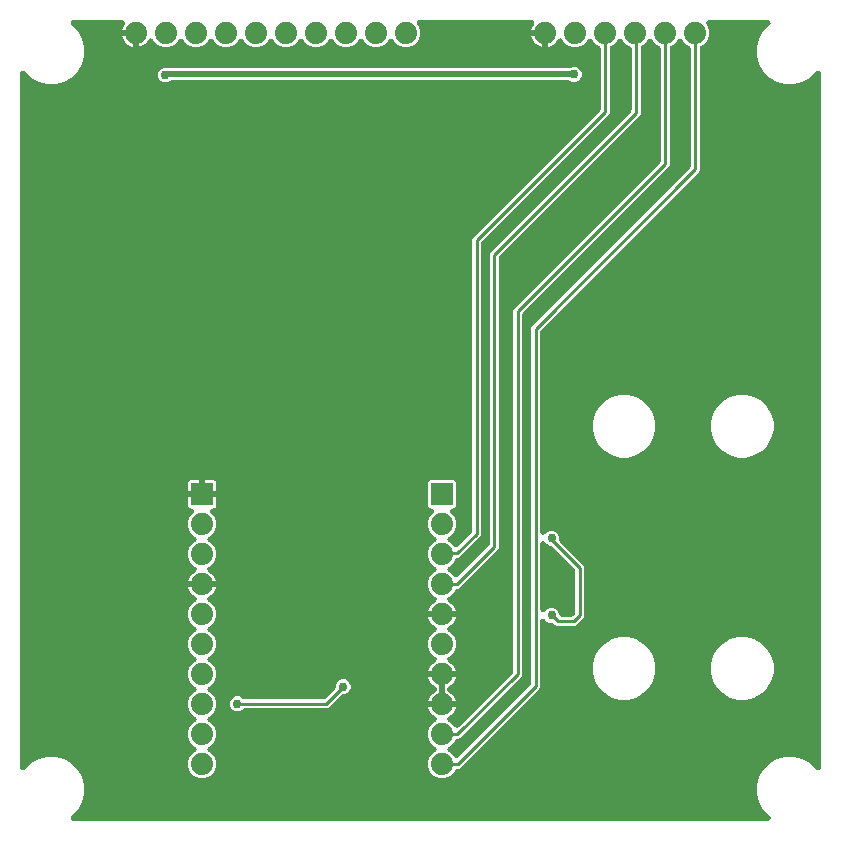
<source format=gbr>
G04 EAGLE Gerber RS-274X export*
G75*
%MOMM*%
%FSLAX34Y34*%
%LPD*%
%INBottom Copper*%
%IPPOS*%
%AMOC8*
5,1,8,0,0,1.08239X$1,22.5*%
G01*
%ADD10R,1.879600X1.879600*%
%ADD11C,1.879600*%
%ADD12C,0.756400*%
%ADD13C,0.254000*%
%ADD14C,0.508000*%

G36*
X643958Y10934D02*
X643958Y10934D01*
X644088Y10936D01*
X644182Y10954D01*
X644277Y10963D01*
X644403Y10997D01*
X644530Y11022D01*
X644620Y11056D01*
X644712Y11081D01*
X644829Y11137D01*
X644950Y11184D01*
X645032Y11234D01*
X645118Y11275D01*
X645224Y11350D01*
X645335Y11418D01*
X645407Y11481D01*
X645484Y11537D01*
X645575Y11630D01*
X645673Y11716D01*
X645732Y11791D01*
X645798Y11859D01*
X645871Y11967D01*
X645952Y12069D01*
X645997Y12153D01*
X646051Y12232D01*
X646103Y12351D01*
X646165Y12466D01*
X646194Y12557D01*
X646233Y12644D01*
X646264Y12771D01*
X646304Y12894D01*
X646317Y12989D01*
X646339Y13082D01*
X646347Y13211D01*
X646365Y13340D01*
X646361Y13436D01*
X646367Y13531D01*
X646352Y13660D01*
X646347Y13790D01*
X646326Y13883D01*
X646315Y13978D01*
X646277Y14103D01*
X646249Y14230D01*
X646212Y14318D01*
X646185Y14409D01*
X646126Y14525D01*
X646076Y14645D01*
X646024Y14725D01*
X645980Y14811D01*
X645902Y14914D01*
X645831Y15023D01*
X645745Y15121D01*
X645708Y15169D01*
X645676Y15200D01*
X645624Y15258D01*
X640366Y20516D01*
X636724Y26823D01*
X634839Y33858D01*
X634839Y41142D01*
X636724Y48177D01*
X640366Y54484D01*
X645516Y59634D01*
X651823Y63276D01*
X658858Y65161D01*
X666142Y65161D01*
X673177Y63276D01*
X679484Y59634D01*
X684742Y54376D01*
X684842Y54292D01*
X684935Y54202D01*
X685015Y54148D01*
X685088Y54087D01*
X685201Y54022D01*
X685308Y53949D01*
X685396Y53911D01*
X685479Y53863D01*
X685601Y53820D01*
X685720Y53767D01*
X685813Y53745D01*
X685903Y53713D01*
X686031Y53691D01*
X686158Y53661D01*
X686253Y53655D01*
X686347Y53639D01*
X686477Y53641D01*
X686607Y53633D01*
X686702Y53644D01*
X686798Y53645D01*
X686925Y53670D01*
X687054Y53685D01*
X687146Y53713D01*
X687240Y53731D01*
X687361Y53778D01*
X687485Y53815D01*
X687570Y53859D01*
X687660Y53893D01*
X687771Y53961D01*
X687887Y54020D01*
X687963Y54077D01*
X688044Y54127D01*
X688142Y54213D01*
X688245Y54292D01*
X688310Y54362D01*
X688382Y54425D01*
X688462Y54527D01*
X688551Y54623D01*
X688602Y54703D01*
X688661Y54778D01*
X688722Y54893D01*
X688792Y55003D01*
X688829Y55091D01*
X688874Y55175D01*
X688914Y55299D01*
X688963Y55419D01*
X688983Y55513D01*
X689013Y55603D01*
X689031Y55732D01*
X689058Y55859D01*
X689066Y55989D01*
X689074Y56049D01*
X689073Y56094D01*
X689077Y56171D01*
X689077Y643829D01*
X689066Y643958D01*
X689064Y644088D01*
X689046Y644182D01*
X689037Y644277D01*
X689003Y644403D01*
X688978Y644530D01*
X688944Y644620D01*
X688919Y644712D01*
X688863Y644829D01*
X688816Y644950D01*
X688766Y645032D01*
X688725Y645118D01*
X688650Y645224D01*
X688582Y645335D01*
X688519Y645407D01*
X688463Y645484D01*
X688370Y645575D01*
X688284Y645673D01*
X688209Y645732D01*
X688141Y645798D01*
X688033Y645871D01*
X687931Y645952D01*
X687847Y645997D01*
X687768Y646051D01*
X687649Y646103D01*
X687534Y646165D01*
X687443Y646194D01*
X687356Y646233D01*
X687229Y646264D01*
X687106Y646304D01*
X687011Y646317D01*
X686918Y646339D01*
X686789Y646347D01*
X686660Y646365D01*
X686564Y646361D01*
X686469Y646367D01*
X686340Y646352D01*
X686210Y646347D01*
X686117Y646326D01*
X686022Y646315D01*
X685897Y646277D01*
X685770Y646249D01*
X685682Y646212D01*
X685591Y646185D01*
X685475Y646126D01*
X685355Y646076D01*
X685275Y646024D01*
X685189Y645980D01*
X685086Y645902D01*
X684977Y645831D01*
X684879Y645745D01*
X684831Y645708D01*
X684800Y645676D01*
X684742Y645624D01*
X679484Y640366D01*
X673177Y636724D01*
X666142Y634839D01*
X658858Y634839D01*
X651823Y636724D01*
X645516Y640366D01*
X640366Y645516D01*
X636724Y651823D01*
X634839Y658858D01*
X634839Y666142D01*
X636724Y673177D01*
X640366Y679484D01*
X645624Y684742D01*
X645708Y684842D01*
X645798Y684935D01*
X645852Y685015D01*
X645913Y685088D01*
X645978Y685201D01*
X646051Y685308D01*
X646089Y685396D01*
X646137Y685479D01*
X646180Y685601D01*
X646233Y685720D01*
X646255Y685813D01*
X646287Y685903D01*
X646309Y686031D01*
X646339Y686158D01*
X646345Y686253D01*
X646361Y686347D01*
X646359Y686477D01*
X646367Y686607D01*
X646356Y686702D01*
X646355Y686798D01*
X646330Y686925D01*
X646315Y687054D01*
X646287Y687146D01*
X646269Y687240D01*
X646222Y687361D01*
X646185Y687485D01*
X646141Y687570D01*
X646107Y687660D01*
X646039Y687771D01*
X645980Y687887D01*
X645923Y687963D01*
X645873Y688044D01*
X645787Y688142D01*
X645708Y688245D01*
X645638Y688310D01*
X645575Y688382D01*
X645473Y688462D01*
X645377Y688551D01*
X645297Y688602D01*
X645222Y688661D01*
X645107Y688722D01*
X644997Y688792D01*
X644909Y688829D01*
X644825Y688874D01*
X644701Y688914D01*
X644581Y688963D01*
X644487Y688983D01*
X644397Y689013D01*
X644268Y689031D01*
X644141Y689058D01*
X644011Y689066D01*
X643951Y689074D01*
X643906Y689073D01*
X643829Y689077D01*
X594437Y689077D01*
X594307Y689066D01*
X594177Y689064D01*
X594084Y689046D01*
X593988Y689037D01*
X593863Y689003D01*
X593735Y688978D01*
X593646Y688944D01*
X593554Y688919D01*
X593437Y688863D01*
X593315Y688816D01*
X593234Y688766D01*
X593147Y688725D01*
X593042Y688650D01*
X592931Y688582D01*
X592859Y688519D01*
X592781Y688463D01*
X592691Y688370D01*
X592593Y688284D01*
X592534Y688209D01*
X592467Y688141D01*
X592394Y688033D01*
X592314Y687931D01*
X592269Y687847D01*
X592215Y687768D01*
X592163Y687649D01*
X592101Y687534D01*
X592072Y687443D01*
X592033Y687356D01*
X592002Y687229D01*
X591962Y687106D01*
X591949Y687011D01*
X591926Y686918D01*
X591918Y686789D01*
X591901Y686660D01*
X591905Y686564D01*
X591899Y686469D01*
X591914Y686340D01*
X591919Y686210D01*
X591940Y686117D01*
X591951Y686022D01*
X591988Y685897D01*
X592017Y685770D01*
X592053Y685682D01*
X592081Y685591D01*
X592140Y685475D01*
X592190Y685355D01*
X592242Y685274D01*
X592285Y685189D01*
X592364Y685086D01*
X592435Y684977D01*
X592521Y684879D01*
X592557Y684831D01*
X592590Y684800D01*
X592619Y684768D01*
X594439Y680375D01*
X594439Y675625D01*
X592621Y671237D01*
X589263Y667879D01*
X587878Y667305D01*
X587691Y667207D01*
X587501Y667111D01*
X587491Y667103D01*
X587479Y667097D01*
X587311Y666967D01*
X587143Y666839D01*
X587134Y666829D01*
X587123Y666821D01*
X586981Y666663D01*
X586837Y666508D01*
X586830Y666497D01*
X586822Y666487D01*
X586710Y666307D01*
X586596Y666128D01*
X586591Y666116D01*
X586584Y666105D01*
X586506Y665908D01*
X586425Y665711D01*
X586422Y665699D01*
X586417Y665686D01*
X586375Y665479D01*
X586330Y665271D01*
X586329Y665256D01*
X586327Y665245D01*
X586326Y665206D01*
X586311Y664959D01*
X586311Y561742D01*
X585731Y560341D01*
X452054Y426665D01*
X451949Y426539D01*
X451837Y426418D01*
X451805Y426367D01*
X451766Y426320D01*
X451684Y426177D01*
X451596Y426038D01*
X451572Y425982D01*
X451542Y425929D01*
X451487Y425774D01*
X451425Y425622D01*
X451412Y425562D01*
X451391Y425505D01*
X451365Y425342D01*
X451330Y425182D01*
X451325Y425105D01*
X451318Y425060D01*
X451319Y424999D01*
X451311Y424870D01*
X451311Y255883D01*
X451322Y255753D01*
X451324Y255623D01*
X451342Y255530D01*
X451351Y255434D01*
X451385Y255309D01*
X451410Y255181D01*
X451444Y255092D01*
X451469Y255000D01*
X451525Y254883D01*
X451572Y254761D01*
X451622Y254679D01*
X451663Y254593D01*
X451738Y254488D01*
X451806Y254376D01*
X451869Y254305D01*
X451925Y254227D01*
X452018Y254136D01*
X452104Y254039D01*
X452179Y253980D01*
X452247Y253913D01*
X452355Y253840D01*
X452457Y253760D01*
X452541Y253714D01*
X452620Y253661D01*
X452739Y253608D01*
X452854Y253547D01*
X452945Y253517D01*
X453032Y253479D01*
X453159Y253448D01*
X453282Y253408D01*
X453377Y253395D01*
X453470Y253372D01*
X453599Y253364D01*
X453728Y253346D01*
X453824Y253350D01*
X453919Y253344D01*
X454048Y253359D01*
X454178Y253365D01*
X454271Y253385D01*
X454366Y253396D01*
X454491Y253434D01*
X454618Y253462D01*
X454706Y253499D01*
X454797Y253527D01*
X454913Y253586D01*
X455033Y253636D01*
X455113Y253688D01*
X455199Y253731D01*
X455302Y253810D01*
X455411Y253880D01*
X455509Y253966D01*
X455557Y254003D01*
X455588Y254036D01*
X455646Y254087D01*
X457418Y255860D01*
X459742Y256823D01*
X462258Y256823D01*
X464582Y255860D01*
X466360Y254082D01*
X467323Y251758D01*
X467323Y249118D01*
X467337Y248955D01*
X467344Y248790D01*
X467357Y248731D01*
X467363Y248670D01*
X467406Y248511D01*
X467442Y248351D01*
X467465Y248294D01*
X467481Y248235D01*
X467552Y248087D01*
X467615Y247935D01*
X467648Y247884D01*
X467675Y247829D01*
X467770Y247695D01*
X467860Y247557D01*
X467911Y247499D01*
X467937Y247463D01*
X467980Y247420D01*
X468066Y247323D01*
X486801Y228588D01*
X486802Y228588D01*
X488231Y227159D01*
X488811Y225758D01*
X488811Y184242D01*
X488231Y182841D01*
X483588Y178199D01*
X482159Y176769D01*
X480758Y176189D01*
X465242Y176189D01*
X463841Y176769D01*
X462677Y177934D01*
X462551Y178039D01*
X462430Y178151D01*
X462379Y178183D01*
X462332Y178222D01*
X462189Y178304D01*
X462050Y178392D01*
X461994Y178416D01*
X461941Y178446D01*
X461786Y178501D01*
X461634Y178563D01*
X461574Y178576D01*
X461517Y178597D01*
X461354Y178623D01*
X461194Y178658D01*
X461117Y178663D01*
X461072Y178670D01*
X461011Y178669D01*
X460882Y178677D01*
X459742Y178677D01*
X457418Y179640D01*
X455646Y181413D01*
X455546Y181496D01*
X455453Y181587D01*
X455373Y181640D01*
X455300Y181702D01*
X455187Y181766D01*
X455080Y181839D01*
X454992Y181878D01*
X454909Y181925D01*
X454787Y181969D01*
X454668Y182021D01*
X454575Y182044D01*
X454485Y182076D01*
X454357Y182097D01*
X454230Y182128D01*
X454135Y182134D01*
X454041Y182149D01*
X453911Y182148D01*
X453781Y182156D01*
X453686Y182145D01*
X453590Y182143D01*
X453463Y182119D01*
X453334Y182104D01*
X453242Y182076D01*
X453148Y182058D01*
X453027Y182011D01*
X452903Y181973D01*
X452817Y181930D01*
X452728Y181895D01*
X452617Y181828D01*
X452501Y181769D01*
X452425Y181711D01*
X452344Y181662D01*
X452246Y181575D01*
X452143Y181497D01*
X452078Y181427D01*
X452006Y181363D01*
X451926Y181261D01*
X451837Y181166D01*
X451786Y181085D01*
X451727Y181010D01*
X451665Y180896D01*
X451596Y180786D01*
X451559Y180698D01*
X451514Y180613D01*
X451474Y180490D01*
X451425Y180369D01*
X451405Y180276D01*
X451375Y180185D01*
X451357Y180056D01*
X451330Y179929D01*
X451322Y179800D01*
X451314Y179739D01*
X451315Y179694D01*
X451311Y179617D01*
X451311Y124242D01*
X450731Y122841D01*
X383659Y55769D01*
X382258Y55189D01*
X381282Y55189D01*
X381070Y55170D01*
X380860Y55154D01*
X380847Y55151D01*
X380834Y55149D01*
X380628Y55093D01*
X380424Y55040D01*
X380412Y55034D01*
X380399Y55031D01*
X380209Y54940D01*
X380015Y54851D01*
X380004Y54843D01*
X379993Y54837D01*
X379821Y54715D01*
X379647Y54592D01*
X379637Y54583D01*
X379626Y54575D01*
X379478Y54423D01*
X379329Y54273D01*
X379322Y54262D01*
X379312Y54253D01*
X379194Y54077D01*
X379073Y53903D01*
X379066Y53888D01*
X379060Y53880D01*
X379044Y53844D01*
X378936Y53622D01*
X378321Y52137D01*
X374963Y48779D01*
X370575Y46961D01*
X365825Y46961D01*
X361437Y48779D01*
X358079Y52137D01*
X356261Y56525D01*
X356261Y61275D01*
X358079Y65663D01*
X361437Y69021D01*
X361999Y69254D01*
X362115Y69314D01*
X362234Y69366D01*
X362314Y69418D01*
X362399Y69463D01*
X362502Y69542D01*
X362610Y69614D01*
X362679Y69680D01*
X362754Y69738D01*
X362842Y69835D01*
X362936Y69925D01*
X362992Y70002D01*
X363056Y70073D01*
X363125Y70183D01*
X363202Y70288D01*
X363244Y70374D01*
X363294Y70455D01*
X363342Y70576D01*
X363399Y70693D01*
X363425Y70784D01*
X363461Y70873D01*
X363487Y71001D01*
X363522Y71126D01*
X363532Y71221D01*
X363551Y71314D01*
X363554Y71444D01*
X363567Y71574D01*
X363559Y71669D01*
X363562Y71764D01*
X363542Y71893D01*
X363532Y72023D01*
X363507Y72115D01*
X363493Y72209D01*
X363450Y72332D01*
X363418Y72458D01*
X363377Y72545D01*
X363346Y72635D01*
X363283Y72749D01*
X363228Y72867D01*
X363174Y72945D01*
X363127Y73028D01*
X363045Y73129D01*
X362970Y73236D01*
X362902Y73303D01*
X362842Y73377D01*
X362743Y73461D01*
X362651Y73553D01*
X362572Y73607D01*
X362499Y73669D01*
X362387Y73735D01*
X362280Y73809D01*
X362163Y73866D01*
X362111Y73897D01*
X362069Y73912D01*
X361999Y73946D01*
X361437Y74179D01*
X358079Y77537D01*
X356261Y81925D01*
X356261Y86675D01*
X358079Y91063D01*
X361437Y94421D01*
X362114Y94701D01*
X362140Y94715D01*
X362169Y94725D01*
X362340Y94820D01*
X362513Y94910D01*
X362537Y94928D01*
X362563Y94943D01*
X362714Y95066D01*
X362869Y95186D01*
X362889Y95208D01*
X362913Y95227D01*
X363039Y95375D01*
X363170Y95520D01*
X363186Y95546D01*
X363206Y95569D01*
X363305Y95736D01*
X363408Y95902D01*
X363420Y95930D01*
X363435Y95957D01*
X363503Y96139D01*
X363575Y96320D01*
X363581Y96350D01*
X363592Y96379D01*
X363626Y96570D01*
X363665Y96762D01*
X363666Y96792D01*
X363671Y96822D01*
X363671Y97016D01*
X363676Y97212D01*
X363671Y97242D01*
X363671Y97272D01*
X363637Y97464D01*
X363607Y97657D01*
X363597Y97685D01*
X363592Y97715D01*
X363524Y97898D01*
X363461Y98082D01*
X363446Y98109D01*
X363435Y98138D01*
X363336Y98306D01*
X363241Y98476D01*
X363222Y98499D01*
X363207Y98525D01*
X363079Y98674D01*
X362956Y98824D01*
X362933Y98844D01*
X362913Y98867D01*
X362762Y98990D01*
X362614Y99117D01*
X362587Y99132D01*
X362564Y99151D01*
X362295Y99310D01*
X361943Y99489D01*
X360422Y100594D01*
X359094Y101922D01*
X357989Y103443D01*
X357136Y105117D01*
X356555Y106904D01*
X356515Y107161D01*
X368200Y107161D01*
X379885Y107161D01*
X379845Y106904D01*
X379264Y105117D01*
X378411Y103443D01*
X377306Y101922D01*
X375978Y100594D01*
X374457Y99489D01*
X374105Y99310D01*
X374080Y99294D01*
X374052Y99282D01*
X373889Y99174D01*
X373724Y99071D01*
X373701Y99050D01*
X373676Y99033D01*
X373535Y98899D01*
X373391Y98768D01*
X373372Y98744D01*
X373350Y98723D01*
X373235Y98565D01*
X373116Y98411D01*
X373102Y98384D01*
X373084Y98359D01*
X372998Y98184D01*
X372909Y98011D01*
X372900Y97982D01*
X372887Y97955D01*
X372833Y97768D01*
X372776Y97581D01*
X372772Y97551D01*
X372764Y97522D01*
X372744Y97328D01*
X372720Y97134D01*
X372722Y97104D01*
X372719Y97074D01*
X372734Y96879D01*
X372745Y96685D01*
X372752Y96655D01*
X372754Y96625D01*
X372804Y96436D01*
X372848Y96247D01*
X372861Y96219D01*
X372868Y96189D01*
X372950Y96012D01*
X373028Y95833D01*
X373045Y95808D01*
X373057Y95781D01*
X373169Y95621D01*
X373277Y95459D01*
X373298Y95437D01*
X373316Y95412D01*
X373454Y95275D01*
X373589Y95134D01*
X373614Y95116D01*
X373635Y95094D01*
X373795Y94984D01*
X373953Y94869D01*
X373981Y94856D01*
X374006Y94838D01*
X374286Y94701D01*
X374963Y94421D01*
X378568Y90816D01*
X378626Y90741D01*
X378687Y90686D01*
X378742Y90624D01*
X378854Y90535D01*
X378960Y90440D01*
X379030Y90396D01*
X379095Y90345D01*
X379221Y90277D01*
X379342Y90202D01*
X379419Y90171D01*
X379492Y90132D01*
X379628Y90088D01*
X379760Y90035D01*
X379841Y90018D01*
X379920Y89993D01*
X380061Y89973D01*
X380202Y89945D01*
X380284Y89943D01*
X380366Y89932D01*
X380509Y89937D01*
X380652Y89934D01*
X380733Y89947D01*
X380816Y89950D01*
X380955Y89981D01*
X381097Y90003D01*
X381175Y90030D01*
X381255Y90047D01*
X381387Y90103D01*
X381523Y90149D01*
X381595Y90189D01*
X381671Y90221D01*
X381791Y90299D01*
X381916Y90368D01*
X381980Y90421D01*
X382049Y90465D01*
X382234Y90629D01*
X382264Y90654D01*
X382271Y90662D01*
X382283Y90672D01*
X427946Y136335D01*
X428051Y136461D01*
X428163Y136582D01*
X428195Y136633D01*
X428234Y136680D01*
X428316Y136823D01*
X428404Y136962D01*
X428428Y137018D01*
X428458Y137071D01*
X428513Y137226D01*
X428575Y137378D01*
X428588Y137438D01*
X428609Y137495D01*
X428635Y137658D01*
X428670Y137818D01*
X428675Y137895D01*
X428682Y137940D01*
X428681Y138001D01*
X428689Y138130D01*
X428689Y443258D01*
X429269Y444659D01*
X552546Y567935D01*
X552651Y568061D01*
X552763Y568182D01*
X552795Y568233D01*
X552834Y568280D01*
X552916Y568423D01*
X553004Y568562D01*
X553028Y568618D01*
X553058Y568671D01*
X553113Y568826D01*
X553175Y568978D01*
X553188Y569038D01*
X553209Y569095D01*
X553235Y569258D01*
X553270Y569418D01*
X553275Y569495D01*
X553282Y569540D01*
X553281Y569601D01*
X553289Y569730D01*
X553289Y664959D01*
X553270Y665171D01*
X553254Y665382D01*
X553251Y665395D01*
X553249Y665408D01*
X553193Y665613D01*
X553140Y665818D01*
X553134Y665830D01*
X553131Y665842D01*
X553041Y666032D01*
X552951Y666226D01*
X552943Y666237D01*
X552937Y666249D01*
X552815Y666421D01*
X552692Y666595D01*
X552683Y666604D01*
X552675Y666615D01*
X552523Y666764D01*
X552373Y666912D01*
X552362Y666920D01*
X552353Y666929D01*
X552176Y667048D01*
X552003Y667168D01*
X551988Y667175D01*
X551980Y667181D01*
X551943Y667197D01*
X551722Y667305D01*
X550337Y667879D01*
X546979Y671237D01*
X546746Y671799D01*
X546686Y671915D01*
X546634Y672034D01*
X546582Y672114D01*
X546537Y672199D01*
X546458Y672302D01*
X546386Y672410D01*
X546320Y672479D01*
X546262Y672554D01*
X546165Y672642D01*
X546075Y672736D01*
X545998Y672792D01*
X545927Y672856D01*
X545817Y672925D01*
X545712Y673002D01*
X545626Y673044D01*
X545545Y673094D01*
X545424Y673142D01*
X545307Y673199D01*
X545216Y673225D01*
X545127Y673261D01*
X544999Y673287D01*
X544874Y673322D01*
X544779Y673332D01*
X544686Y673351D01*
X544556Y673354D01*
X544426Y673367D01*
X544331Y673359D01*
X544236Y673362D01*
X544107Y673342D01*
X543977Y673332D01*
X543885Y673307D01*
X543791Y673293D01*
X543668Y673250D01*
X543542Y673218D01*
X543455Y673177D01*
X543365Y673146D01*
X543251Y673083D01*
X543133Y673028D01*
X543055Y672974D01*
X542972Y672927D01*
X542871Y672845D01*
X542764Y672770D01*
X542697Y672702D01*
X542623Y672642D01*
X542539Y672543D01*
X542447Y672451D01*
X542393Y672372D01*
X542331Y672299D01*
X542265Y672187D01*
X542191Y672080D01*
X542134Y671963D01*
X542103Y671911D01*
X542088Y671869D01*
X542054Y671799D01*
X541821Y671237D01*
X538463Y667879D01*
X537878Y667637D01*
X537691Y667539D01*
X537501Y667442D01*
X537491Y667434D01*
X537479Y667428D01*
X537312Y667299D01*
X537143Y667170D01*
X537134Y667161D01*
X537123Y667153D01*
X536981Y666995D01*
X536837Y666839D01*
X536830Y666828D01*
X536822Y666818D01*
X536709Y666638D01*
X536596Y666459D01*
X536591Y666447D01*
X536584Y666436D01*
X536505Y666239D01*
X536425Y666043D01*
X536422Y666030D01*
X536417Y666018D01*
X536375Y665810D01*
X536330Y665603D01*
X536329Y665587D01*
X536327Y665577D01*
X536326Y665537D01*
X536311Y665291D01*
X536311Y609742D01*
X535731Y608341D01*
X417054Y489665D01*
X416949Y489539D01*
X416837Y489418D01*
X416805Y489367D01*
X416766Y489320D01*
X416684Y489177D01*
X416596Y489038D01*
X416572Y488982D01*
X416542Y488929D01*
X416487Y488774D01*
X416425Y488622D01*
X416412Y488562D01*
X416391Y488505D01*
X416365Y488342D01*
X416330Y488182D01*
X416325Y488105D01*
X416318Y488060D01*
X416319Y487999D01*
X416311Y487870D01*
X416311Y242242D01*
X415731Y240841D01*
X382909Y208019D01*
X381508Y207439D01*
X381220Y207439D01*
X381008Y207420D01*
X380797Y207404D01*
X380785Y207401D01*
X380771Y207399D01*
X380566Y207343D01*
X380362Y207290D01*
X380350Y207284D01*
X380337Y207281D01*
X380147Y207190D01*
X379953Y207101D01*
X379942Y207093D01*
X379930Y207087D01*
X379759Y206965D01*
X379584Y206842D01*
X379575Y206833D01*
X379564Y206825D01*
X379416Y206673D01*
X379267Y206523D01*
X379260Y206512D01*
X379250Y206503D01*
X379131Y206327D01*
X379011Y206153D01*
X379004Y206138D01*
X378998Y206130D01*
X378982Y206094D01*
X378874Y205872D01*
X378321Y204537D01*
X374963Y201179D01*
X374286Y200899D01*
X374259Y200885D01*
X374231Y200875D01*
X374060Y200781D01*
X373887Y200690D01*
X373863Y200672D01*
X373837Y200657D01*
X373686Y200534D01*
X373531Y200414D01*
X373511Y200392D01*
X373487Y200373D01*
X373360Y200225D01*
X373230Y200080D01*
X373214Y200054D01*
X373194Y200031D01*
X373095Y199863D01*
X372992Y199698D01*
X372981Y199670D01*
X372965Y199643D01*
X372897Y199461D01*
X372825Y199280D01*
X372819Y199250D01*
X372808Y199221D01*
X372774Y199030D01*
X372735Y198838D01*
X372734Y198808D01*
X372729Y198778D01*
X372729Y198584D01*
X372724Y198388D01*
X372729Y198358D01*
X372729Y198328D01*
X372763Y198136D01*
X372793Y197943D01*
X372803Y197915D01*
X372808Y197885D01*
X372876Y197702D01*
X372939Y197518D01*
X372954Y197491D01*
X372965Y197462D01*
X373064Y197295D01*
X373159Y197124D01*
X373178Y197101D01*
X373193Y197075D01*
X373321Y196927D01*
X373444Y196776D01*
X373467Y196756D01*
X373487Y196733D01*
X373638Y196610D01*
X373786Y196483D01*
X373813Y196468D01*
X373836Y196449D01*
X374105Y196290D01*
X374457Y196111D01*
X375978Y195006D01*
X377306Y193678D01*
X378411Y192157D01*
X379264Y190483D01*
X379845Y188696D01*
X379885Y188439D01*
X368200Y188439D01*
X356515Y188439D01*
X356555Y188696D01*
X357136Y190483D01*
X357989Y192157D01*
X359094Y193678D01*
X360422Y195006D01*
X361943Y196111D01*
X362295Y196290D01*
X362321Y196306D01*
X362348Y196318D01*
X362511Y196426D01*
X362676Y196529D01*
X362699Y196550D01*
X362724Y196567D01*
X362866Y196702D01*
X363009Y196832D01*
X363028Y196856D01*
X363050Y196877D01*
X363166Y197035D01*
X363284Y197189D01*
X363298Y197216D01*
X363316Y197241D01*
X363402Y197416D01*
X363491Y197589D01*
X363500Y197618D01*
X363513Y197645D01*
X363567Y197833D01*
X363624Y198019D01*
X363628Y198049D01*
X363636Y198078D01*
X363656Y198273D01*
X363680Y198466D01*
X363678Y198496D01*
X363681Y198526D01*
X363666Y198721D01*
X363655Y198915D01*
X363648Y198945D01*
X363646Y198975D01*
X363596Y199163D01*
X363552Y199354D01*
X363539Y199381D01*
X363532Y199411D01*
X363450Y199588D01*
X363372Y199767D01*
X363355Y199792D01*
X363343Y199819D01*
X363231Y199979D01*
X363123Y200141D01*
X363102Y200163D01*
X363084Y200188D01*
X362946Y200326D01*
X362811Y200466D01*
X362786Y200484D01*
X362765Y200506D01*
X362604Y200617D01*
X362447Y200731D01*
X362419Y200744D01*
X362394Y200762D01*
X362114Y200899D01*
X361437Y201179D01*
X358079Y204537D01*
X356261Y208925D01*
X356261Y213675D01*
X358079Y218063D01*
X361437Y221421D01*
X361999Y221654D01*
X362115Y221714D01*
X362234Y221766D01*
X362314Y221818D01*
X362399Y221863D01*
X362502Y221942D01*
X362610Y222014D01*
X362679Y222080D01*
X362754Y222138D01*
X362842Y222235D01*
X362936Y222325D01*
X362992Y222402D01*
X363056Y222473D01*
X363125Y222583D01*
X363202Y222688D01*
X363244Y222774D01*
X363294Y222855D01*
X363342Y222976D01*
X363399Y223093D01*
X363425Y223184D01*
X363461Y223273D01*
X363487Y223401D01*
X363522Y223526D01*
X363532Y223621D01*
X363551Y223714D01*
X363554Y223844D01*
X363567Y223974D01*
X363559Y224069D01*
X363562Y224164D01*
X363542Y224293D01*
X363532Y224423D01*
X363507Y224515D01*
X363493Y224609D01*
X363450Y224732D01*
X363418Y224858D01*
X363377Y224945D01*
X363346Y225035D01*
X363283Y225149D01*
X363228Y225267D01*
X363174Y225345D01*
X363127Y225428D01*
X363045Y225529D01*
X362970Y225636D01*
X362902Y225703D01*
X362842Y225777D01*
X362743Y225861D01*
X362651Y225953D01*
X362572Y226007D01*
X362499Y226069D01*
X362387Y226135D01*
X362280Y226209D01*
X362163Y226266D01*
X362111Y226297D01*
X362069Y226312D01*
X361999Y226346D01*
X361437Y226579D01*
X358079Y229937D01*
X356261Y234325D01*
X356261Y239075D01*
X358079Y243463D01*
X361437Y246821D01*
X361999Y247054D01*
X362115Y247114D01*
X362234Y247166D01*
X362314Y247218D01*
X362399Y247263D01*
X362502Y247342D01*
X362610Y247414D01*
X362679Y247480D01*
X362754Y247538D01*
X362842Y247635D01*
X362936Y247725D01*
X362992Y247802D01*
X363056Y247873D01*
X363125Y247983D01*
X363202Y248088D01*
X363244Y248174D01*
X363294Y248255D01*
X363342Y248376D01*
X363399Y248493D01*
X363425Y248584D01*
X363461Y248673D01*
X363487Y248801D01*
X363522Y248926D01*
X363532Y249021D01*
X363551Y249114D01*
X363554Y249244D01*
X363567Y249374D01*
X363559Y249469D01*
X363562Y249564D01*
X363542Y249693D01*
X363532Y249823D01*
X363507Y249915D01*
X363493Y250009D01*
X363450Y250132D01*
X363418Y250258D01*
X363377Y250345D01*
X363346Y250435D01*
X363283Y250549D01*
X363228Y250667D01*
X363174Y250745D01*
X363127Y250828D01*
X363045Y250929D01*
X362970Y251036D01*
X362902Y251103D01*
X362842Y251177D01*
X362743Y251261D01*
X362651Y251353D01*
X362572Y251407D01*
X362499Y251469D01*
X362387Y251535D01*
X362280Y251609D01*
X362163Y251666D01*
X362111Y251697D01*
X362069Y251712D01*
X361999Y251746D01*
X361437Y251979D01*
X358079Y255337D01*
X356261Y259725D01*
X356261Y264475D01*
X358079Y268863D01*
X360443Y271226D01*
X360526Y271326D01*
X360617Y271419D01*
X360670Y271499D01*
X360731Y271572D01*
X360796Y271685D01*
X360869Y271792D01*
X360907Y271880D01*
X360955Y271963D01*
X360998Y272085D01*
X361051Y272204D01*
X361074Y272297D01*
X361106Y272387D01*
X361127Y272515D01*
X361158Y272642D01*
X361164Y272737D01*
X361179Y272831D01*
X361177Y272961D01*
X361185Y273091D01*
X361174Y273186D01*
X361173Y273282D01*
X361148Y273409D01*
X361133Y273538D01*
X361106Y273630D01*
X361087Y273724D01*
X361041Y273845D01*
X361003Y273969D01*
X360960Y274055D01*
X360925Y274144D01*
X360858Y274255D01*
X360799Y274371D01*
X360741Y274447D01*
X360691Y274528D01*
X360605Y274626D01*
X360527Y274729D01*
X360456Y274794D01*
X360393Y274866D01*
X360291Y274946D01*
X360195Y275035D01*
X360115Y275086D01*
X360040Y275145D01*
X359925Y275206D01*
X359816Y275276D01*
X359727Y275313D01*
X359643Y275358D01*
X359519Y275398D01*
X359399Y275447D01*
X359306Y275467D01*
X359215Y275497D01*
X359086Y275515D01*
X358959Y275542D01*
X358829Y275550D01*
X358769Y275558D01*
X358724Y275557D01*
X358647Y275561D01*
X357750Y275561D01*
X356261Y277050D01*
X356261Y297950D01*
X357750Y299439D01*
X378650Y299439D01*
X380139Y297950D01*
X380139Y277050D01*
X378650Y275561D01*
X377753Y275561D01*
X377623Y275550D01*
X377493Y275548D01*
X377400Y275530D01*
X377304Y275521D01*
X377179Y275487D01*
X377051Y275462D01*
X376962Y275428D01*
X376870Y275403D01*
X376753Y275347D01*
X376631Y275300D01*
X376550Y275250D01*
X376463Y275209D01*
X376358Y275134D01*
X376247Y275066D01*
X376175Y275003D01*
X376097Y274947D01*
X376007Y274854D01*
X375909Y274768D01*
X375850Y274693D01*
X375783Y274625D01*
X375711Y274517D01*
X375630Y274415D01*
X375585Y274331D01*
X375531Y274252D01*
X375479Y274133D01*
X375417Y274018D01*
X375388Y273927D01*
X375349Y273840D01*
X375318Y273713D01*
X375278Y273590D01*
X375265Y273495D01*
X375242Y273402D01*
X375234Y273273D01*
X375217Y273144D01*
X375221Y273048D01*
X375215Y272953D01*
X375230Y272824D01*
X375235Y272694D01*
X375256Y272601D01*
X375267Y272506D01*
X375304Y272381D01*
X375333Y272254D01*
X375369Y272166D01*
X375397Y272075D01*
X375456Y271959D01*
X375506Y271839D01*
X375558Y271759D01*
X375601Y271673D01*
X375680Y271570D01*
X375750Y271461D01*
X375837Y271363D01*
X375873Y271315D01*
X375906Y271284D01*
X375957Y271226D01*
X378321Y268863D01*
X380139Y264475D01*
X380139Y259725D01*
X378321Y255337D01*
X374963Y251979D01*
X374401Y251746D01*
X374285Y251686D01*
X374166Y251634D01*
X374086Y251582D01*
X374002Y251538D01*
X373899Y251458D01*
X373790Y251386D01*
X373721Y251320D01*
X373646Y251262D01*
X373559Y251165D01*
X373464Y251076D01*
X373408Y250998D01*
X373344Y250928D01*
X373275Y250817D01*
X373198Y250712D01*
X373156Y250626D01*
X373106Y250545D01*
X373058Y250424D01*
X373001Y250308D01*
X372975Y250216D01*
X372939Y250127D01*
X372913Y249999D01*
X372878Y249874D01*
X372868Y249780D01*
X372849Y249686D01*
X372846Y249556D01*
X372833Y249426D01*
X372841Y249331D01*
X372838Y249236D01*
X372858Y249107D01*
X372868Y248977D01*
X372893Y248885D01*
X372907Y248791D01*
X372950Y248668D01*
X372982Y248542D01*
X373023Y248455D01*
X373054Y248365D01*
X373117Y248251D01*
X373172Y248133D01*
X373226Y248055D01*
X373273Y247972D01*
X373355Y247871D01*
X373430Y247764D01*
X373498Y247697D01*
X373558Y247623D01*
X373657Y247539D01*
X373749Y247447D01*
X373828Y247393D01*
X373901Y247331D01*
X374013Y247265D01*
X374120Y247191D01*
X374237Y247134D01*
X374289Y247103D01*
X374331Y247088D01*
X374401Y247054D01*
X374963Y246821D01*
X378152Y243632D01*
X378179Y243610D01*
X378201Y243584D01*
X378350Y243466D01*
X378497Y243343D01*
X378527Y243326D01*
X378554Y243305D01*
X378722Y243215D01*
X378888Y243120D01*
X378921Y243108D01*
X378951Y243092D01*
X379133Y243033D01*
X379312Y242969D01*
X379347Y242963D01*
X379380Y242953D01*
X379568Y242927D01*
X379757Y242896D01*
X379791Y242896D01*
X379826Y242891D01*
X380016Y242899D01*
X380207Y242902D01*
X380241Y242908D01*
X380276Y242910D01*
X380461Y242951D01*
X380649Y242987D01*
X380681Y243000D01*
X380715Y243007D01*
X380891Y243081D01*
X381069Y243149D01*
X381099Y243167D01*
X381131Y243181D01*
X381291Y243284D01*
X381454Y243383D01*
X381480Y243406D01*
X381509Y243425D01*
X381743Y243632D01*
X392946Y254835D01*
X393051Y254961D01*
X393163Y255082D01*
X393195Y255133D01*
X393234Y255180D01*
X393316Y255323D01*
X393404Y255462D01*
X393428Y255518D01*
X393458Y255571D01*
X393513Y255726D01*
X393575Y255878D01*
X393588Y255938D01*
X393609Y255995D01*
X393635Y256158D01*
X393670Y256318D01*
X393675Y256395D01*
X393682Y256440D01*
X393681Y256501D01*
X393689Y256630D01*
X393689Y503258D01*
X394269Y504659D01*
X501746Y612135D01*
X501851Y612261D01*
X501963Y612382D01*
X501995Y612433D01*
X502034Y612480D01*
X502116Y612623D01*
X502204Y612762D01*
X502228Y612818D01*
X502258Y612871D01*
X502313Y613026D01*
X502375Y613178D01*
X502388Y613238D01*
X502409Y613295D01*
X502435Y613458D01*
X502470Y613618D01*
X502475Y613695D01*
X502482Y613740D01*
X502481Y613801D01*
X502489Y613930D01*
X502489Y664959D01*
X502470Y665171D01*
X502454Y665382D01*
X502451Y665395D01*
X502449Y665408D01*
X502393Y665613D01*
X502340Y665818D01*
X502334Y665830D01*
X502331Y665842D01*
X502241Y666032D01*
X502151Y666226D01*
X502143Y666237D01*
X502137Y666249D01*
X502015Y666421D01*
X501892Y666595D01*
X501883Y666604D01*
X501875Y666615D01*
X501723Y666764D01*
X501573Y666912D01*
X501562Y666920D01*
X501553Y666929D01*
X501376Y667048D01*
X501203Y667168D01*
X501188Y667175D01*
X501180Y667181D01*
X501143Y667197D01*
X500922Y667305D01*
X499537Y667879D01*
X496179Y671237D01*
X495946Y671799D01*
X495886Y671915D01*
X495834Y672034D01*
X495782Y672114D01*
X495737Y672198D01*
X495658Y672301D01*
X495586Y672410D01*
X495520Y672479D01*
X495462Y672554D01*
X495365Y672642D01*
X495275Y672736D01*
X495198Y672792D01*
X495127Y672856D01*
X495017Y672925D01*
X494912Y673002D01*
X494826Y673044D01*
X494745Y673094D01*
X494624Y673142D01*
X494507Y673199D01*
X494416Y673225D01*
X494327Y673261D01*
X494199Y673287D01*
X494074Y673322D01*
X493979Y673332D01*
X493886Y673351D01*
X493756Y673354D01*
X493626Y673367D01*
X493531Y673359D01*
X493436Y673362D01*
X493307Y673342D01*
X493177Y673332D01*
X493085Y673307D01*
X492991Y673293D01*
X492868Y673250D01*
X492742Y673218D01*
X492655Y673177D01*
X492565Y673146D01*
X492451Y673083D01*
X492333Y673028D01*
X492255Y672974D01*
X492172Y672927D01*
X492071Y672845D01*
X491964Y672770D01*
X491897Y672702D01*
X491823Y672642D01*
X491739Y672543D01*
X491647Y672451D01*
X491593Y672372D01*
X491531Y672299D01*
X491465Y672187D01*
X491391Y672080D01*
X491334Y671963D01*
X491303Y671911D01*
X491288Y671869D01*
X491254Y671799D01*
X491021Y671237D01*
X487663Y667879D01*
X483275Y666061D01*
X478525Y666061D01*
X474137Y667879D01*
X470779Y671237D01*
X470499Y671914D01*
X470485Y671941D01*
X470475Y671969D01*
X470381Y672140D01*
X470290Y672313D01*
X470272Y672337D01*
X470257Y672363D01*
X470134Y672514D01*
X470014Y672669D01*
X469992Y672689D01*
X469973Y672713D01*
X469825Y672840D01*
X469680Y672970D01*
X469654Y672986D01*
X469631Y673006D01*
X469463Y673105D01*
X469298Y673208D01*
X469270Y673219D01*
X469243Y673235D01*
X469061Y673303D01*
X468880Y673375D01*
X468850Y673381D01*
X468821Y673392D01*
X468630Y673426D01*
X468438Y673465D01*
X468408Y673466D01*
X468378Y673471D01*
X468184Y673471D01*
X467988Y673476D01*
X467958Y673471D01*
X467928Y673471D01*
X467736Y673437D01*
X467543Y673407D01*
X467515Y673397D01*
X467485Y673392D01*
X467302Y673324D01*
X467118Y673261D01*
X467091Y673246D01*
X467062Y673235D01*
X466895Y673136D01*
X466724Y673041D01*
X466701Y673022D01*
X466675Y673007D01*
X466527Y672879D01*
X466376Y672756D01*
X466356Y672733D01*
X466333Y672713D01*
X466210Y672562D01*
X466083Y672414D01*
X466068Y672387D01*
X466049Y672364D01*
X465890Y672095D01*
X465711Y671743D01*
X464606Y670222D01*
X463278Y668894D01*
X461757Y667789D01*
X460083Y666936D01*
X458296Y666355D01*
X458039Y666315D01*
X458039Y678000D01*
X458036Y678034D01*
X458038Y678069D01*
X458016Y678258D01*
X457999Y678448D01*
X457990Y678482D01*
X457986Y678516D01*
X457931Y678699D01*
X457881Y678883D01*
X457866Y678914D01*
X457856Y678947D01*
X457769Y679118D01*
X457688Y679289D01*
X457667Y679317D01*
X457652Y679348D01*
X457536Y679500D01*
X457425Y679655D01*
X457425Y679656D01*
X457401Y679680D01*
X457380Y679707D01*
X457379Y679707D01*
X457239Y679837D01*
X457102Y679970D01*
X457074Y679989D01*
X457048Y680013D01*
X456887Y680115D01*
X456729Y680222D01*
X456698Y680236D01*
X456668Y680254D01*
X456492Y680327D01*
X456317Y680404D01*
X456284Y680412D01*
X456252Y680425D01*
X456065Y680466D01*
X455880Y680511D01*
X455846Y680513D01*
X455812Y680520D01*
X455500Y680539D01*
X443815Y680539D01*
X443855Y680796D01*
X444436Y682583D01*
X445289Y684257D01*
X445862Y685045D01*
X445942Y685179D01*
X446029Y685308D01*
X446057Y685372D01*
X446093Y685432D01*
X446148Y685578D01*
X446211Y685720D01*
X446228Y685788D01*
X446253Y685853D01*
X446281Y686006D01*
X446318Y686158D01*
X446322Y686227D01*
X446335Y686295D01*
X446336Y686451D01*
X446346Y686607D01*
X446338Y686676D01*
X446338Y686746D01*
X446312Y686899D01*
X446294Y687054D01*
X446274Y687121D01*
X446262Y687189D01*
X446209Y687336D01*
X446163Y687485D01*
X446132Y687547D01*
X446108Y687613D01*
X446030Y687748D01*
X445959Y687887D01*
X445917Y687942D01*
X445882Y688002D01*
X445781Y688121D01*
X445687Y688245D01*
X445636Y688292D01*
X445591Y688346D01*
X445471Y688445D01*
X445356Y688551D01*
X445297Y688588D01*
X445244Y688632D01*
X445108Y688708D01*
X444976Y688792D01*
X444912Y688819D01*
X444851Y688853D01*
X444704Y688904D01*
X444560Y688963D01*
X444492Y688978D01*
X444426Y689001D01*
X444272Y689025D01*
X444119Y689058D01*
X444030Y689064D01*
X443981Y689071D01*
X443923Y689070D01*
X443807Y689077D01*
X349437Y689077D01*
X349307Y689066D01*
X349177Y689064D01*
X349084Y689046D01*
X348988Y689037D01*
X348863Y689003D01*
X348735Y688978D01*
X348646Y688944D01*
X348554Y688919D01*
X348437Y688863D01*
X348315Y688816D01*
X348234Y688766D01*
X348147Y688725D01*
X348042Y688650D01*
X347931Y688582D01*
X347859Y688519D01*
X347781Y688463D01*
X347691Y688370D01*
X347593Y688284D01*
X347534Y688209D01*
X347467Y688141D01*
X347394Y688033D01*
X347314Y687931D01*
X347269Y687847D01*
X347215Y687768D01*
X347163Y687649D01*
X347101Y687534D01*
X347072Y687443D01*
X347033Y687356D01*
X347002Y687229D01*
X346962Y687106D01*
X346949Y687011D01*
X346926Y686918D01*
X346918Y686789D01*
X346901Y686660D01*
X346905Y686564D01*
X346899Y686469D01*
X346914Y686340D01*
X346919Y686210D01*
X346940Y686117D01*
X346951Y686022D01*
X346988Y685897D01*
X347017Y685770D01*
X347053Y685682D01*
X347081Y685591D01*
X347140Y685475D01*
X347190Y685355D01*
X347242Y685274D01*
X347285Y685189D01*
X347364Y685086D01*
X347435Y684977D01*
X347521Y684879D01*
X347557Y684831D01*
X347590Y684800D01*
X347619Y684768D01*
X349439Y680375D01*
X349439Y675625D01*
X347621Y671237D01*
X344263Y667879D01*
X339875Y666061D01*
X335125Y666061D01*
X330737Y667879D01*
X327379Y671237D01*
X327146Y671799D01*
X327086Y671915D01*
X327034Y672034D01*
X326982Y672114D01*
X326937Y672199D01*
X326858Y672302D01*
X326786Y672410D01*
X326720Y672479D01*
X326662Y672554D01*
X326565Y672642D01*
X326475Y672736D01*
X326398Y672792D01*
X326327Y672856D01*
X326217Y672925D01*
X326112Y673002D01*
X326026Y673044D01*
X325945Y673094D01*
X325824Y673142D01*
X325707Y673199D01*
X325616Y673225D01*
X325527Y673261D01*
X325399Y673287D01*
X325274Y673322D01*
X325179Y673332D01*
X325086Y673351D01*
X324956Y673354D01*
X324826Y673367D01*
X324731Y673359D01*
X324636Y673362D01*
X324507Y673342D01*
X324377Y673332D01*
X324285Y673307D01*
X324191Y673293D01*
X324068Y673250D01*
X323942Y673218D01*
X323855Y673177D01*
X323765Y673146D01*
X323651Y673083D01*
X323533Y673028D01*
X323455Y672974D01*
X323372Y672927D01*
X323271Y672845D01*
X323164Y672770D01*
X323097Y672702D01*
X323023Y672642D01*
X322939Y672543D01*
X322847Y672451D01*
X322793Y672372D01*
X322731Y672299D01*
X322665Y672187D01*
X322591Y672080D01*
X322534Y671963D01*
X322503Y671911D01*
X322488Y671869D01*
X322454Y671799D01*
X322221Y671237D01*
X318863Y667879D01*
X314475Y666061D01*
X309725Y666061D01*
X305337Y667879D01*
X301979Y671237D01*
X301746Y671799D01*
X301686Y671915D01*
X301634Y672034D01*
X301582Y672114D01*
X301537Y672199D01*
X301458Y672302D01*
X301386Y672410D01*
X301320Y672479D01*
X301262Y672554D01*
X301165Y672642D01*
X301075Y672736D01*
X300998Y672792D01*
X300927Y672856D01*
X300817Y672925D01*
X300712Y673002D01*
X300626Y673044D01*
X300545Y673094D01*
X300424Y673142D01*
X300307Y673199D01*
X300216Y673225D01*
X300127Y673261D01*
X299999Y673287D01*
X299874Y673322D01*
X299779Y673332D01*
X299686Y673351D01*
X299556Y673354D01*
X299426Y673367D01*
X299331Y673359D01*
X299236Y673362D01*
X299107Y673342D01*
X298977Y673332D01*
X298885Y673307D01*
X298791Y673293D01*
X298668Y673250D01*
X298542Y673218D01*
X298455Y673177D01*
X298365Y673146D01*
X298251Y673083D01*
X298133Y673028D01*
X298055Y672974D01*
X297972Y672927D01*
X297871Y672845D01*
X297764Y672770D01*
X297697Y672702D01*
X297623Y672642D01*
X297539Y672543D01*
X297447Y672451D01*
X297393Y672372D01*
X297331Y672299D01*
X297265Y672187D01*
X297191Y672080D01*
X297134Y671963D01*
X297103Y671911D01*
X297088Y671869D01*
X297054Y671799D01*
X296821Y671237D01*
X293463Y667879D01*
X289075Y666061D01*
X284325Y666061D01*
X279937Y667879D01*
X276579Y671237D01*
X276346Y671799D01*
X276286Y671915D01*
X276234Y672034D01*
X276182Y672114D01*
X276137Y672199D01*
X276058Y672302D01*
X275986Y672410D01*
X275920Y672479D01*
X275862Y672554D01*
X275765Y672642D01*
X275675Y672736D01*
X275598Y672792D01*
X275527Y672856D01*
X275417Y672925D01*
X275312Y673002D01*
X275226Y673044D01*
X275145Y673094D01*
X275024Y673142D01*
X274907Y673199D01*
X274816Y673225D01*
X274727Y673261D01*
X274599Y673287D01*
X274474Y673322D01*
X274379Y673332D01*
X274286Y673351D01*
X274156Y673354D01*
X274026Y673367D01*
X273931Y673359D01*
X273836Y673362D01*
X273707Y673342D01*
X273577Y673332D01*
X273485Y673307D01*
X273391Y673293D01*
X273268Y673250D01*
X273142Y673218D01*
X273055Y673177D01*
X272965Y673146D01*
X272851Y673083D01*
X272733Y673028D01*
X272655Y672974D01*
X272572Y672927D01*
X272471Y672845D01*
X272364Y672770D01*
X272297Y672702D01*
X272223Y672642D01*
X272139Y672543D01*
X272047Y672451D01*
X271993Y672372D01*
X271931Y672299D01*
X271865Y672187D01*
X271791Y672080D01*
X271734Y671963D01*
X271703Y671911D01*
X271688Y671869D01*
X271654Y671799D01*
X271421Y671237D01*
X268063Y667879D01*
X263675Y666061D01*
X258925Y666061D01*
X254537Y667879D01*
X251179Y671237D01*
X250946Y671799D01*
X250886Y671915D01*
X250834Y672034D01*
X250782Y672114D01*
X250737Y672199D01*
X250658Y672302D01*
X250586Y672410D01*
X250520Y672479D01*
X250462Y672554D01*
X250365Y672642D01*
X250275Y672736D01*
X250198Y672792D01*
X250127Y672856D01*
X250017Y672925D01*
X249912Y673002D01*
X249826Y673044D01*
X249745Y673094D01*
X249624Y673142D01*
X249507Y673199D01*
X249416Y673225D01*
X249327Y673261D01*
X249199Y673287D01*
X249074Y673322D01*
X248979Y673332D01*
X248886Y673351D01*
X248756Y673354D01*
X248626Y673367D01*
X248531Y673359D01*
X248436Y673362D01*
X248307Y673342D01*
X248177Y673332D01*
X248085Y673307D01*
X247991Y673293D01*
X247868Y673250D01*
X247742Y673218D01*
X247655Y673177D01*
X247565Y673146D01*
X247451Y673083D01*
X247333Y673028D01*
X247255Y672974D01*
X247172Y672927D01*
X247071Y672845D01*
X246964Y672770D01*
X246897Y672702D01*
X246823Y672642D01*
X246739Y672543D01*
X246647Y672451D01*
X246593Y672372D01*
X246531Y672299D01*
X246465Y672187D01*
X246391Y672080D01*
X246334Y671963D01*
X246303Y671911D01*
X246288Y671869D01*
X246254Y671799D01*
X246021Y671237D01*
X242663Y667879D01*
X238275Y666061D01*
X233525Y666061D01*
X229137Y667879D01*
X225779Y671237D01*
X225546Y671799D01*
X225486Y671915D01*
X225434Y672034D01*
X225382Y672114D01*
X225337Y672199D01*
X225258Y672302D01*
X225186Y672410D01*
X225120Y672479D01*
X225062Y672554D01*
X224965Y672642D01*
X224875Y672736D01*
X224798Y672792D01*
X224727Y672856D01*
X224617Y672925D01*
X224512Y673002D01*
X224426Y673044D01*
X224345Y673094D01*
X224224Y673142D01*
X224107Y673199D01*
X224016Y673225D01*
X223927Y673261D01*
X223799Y673287D01*
X223674Y673322D01*
X223579Y673332D01*
X223486Y673351D01*
X223356Y673354D01*
X223226Y673367D01*
X223131Y673359D01*
X223036Y673362D01*
X222907Y673342D01*
X222777Y673332D01*
X222685Y673307D01*
X222591Y673293D01*
X222468Y673250D01*
X222342Y673218D01*
X222255Y673177D01*
X222165Y673146D01*
X222051Y673083D01*
X221933Y673028D01*
X221855Y672974D01*
X221772Y672927D01*
X221671Y672845D01*
X221564Y672770D01*
X221497Y672702D01*
X221423Y672642D01*
X221339Y672543D01*
X221247Y672451D01*
X221193Y672372D01*
X221131Y672299D01*
X221065Y672187D01*
X220991Y672080D01*
X220934Y671963D01*
X220903Y671911D01*
X220888Y671869D01*
X220854Y671799D01*
X220621Y671237D01*
X217263Y667879D01*
X212875Y666061D01*
X208125Y666061D01*
X203737Y667879D01*
X200379Y671237D01*
X200146Y671799D01*
X200086Y671915D01*
X200034Y672034D01*
X199982Y672114D01*
X199937Y672199D01*
X199858Y672302D01*
X199786Y672410D01*
X199720Y672479D01*
X199662Y672554D01*
X199565Y672642D01*
X199475Y672736D01*
X199398Y672792D01*
X199327Y672856D01*
X199217Y672925D01*
X199112Y673002D01*
X199026Y673044D01*
X198945Y673094D01*
X198824Y673142D01*
X198707Y673199D01*
X198616Y673225D01*
X198527Y673261D01*
X198399Y673287D01*
X198274Y673322D01*
X198179Y673332D01*
X198086Y673351D01*
X197956Y673354D01*
X197826Y673367D01*
X197731Y673359D01*
X197636Y673362D01*
X197507Y673342D01*
X197377Y673332D01*
X197285Y673307D01*
X197191Y673293D01*
X197068Y673250D01*
X196942Y673218D01*
X196855Y673177D01*
X196765Y673146D01*
X196651Y673083D01*
X196533Y673028D01*
X196455Y672974D01*
X196372Y672927D01*
X196271Y672845D01*
X196164Y672770D01*
X196097Y672702D01*
X196023Y672642D01*
X195939Y672543D01*
X195847Y672451D01*
X195793Y672372D01*
X195731Y672299D01*
X195665Y672187D01*
X195591Y672080D01*
X195534Y671963D01*
X195503Y671911D01*
X195488Y671869D01*
X195454Y671799D01*
X195221Y671237D01*
X191863Y667879D01*
X187475Y666061D01*
X182725Y666061D01*
X178337Y667879D01*
X174979Y671237D01*
X174746Y671799D01*
X174686Y671915D01*
X174634Y672034D01*
X174582Y672114D01*
X174537Y672199D01*
X174458Y672302D01*
X174386Y672410D01*
X174320Y672479D01*
X174262Y672554D01*
X174165Y672642D01*
X174075Y672736D01*
X173998Y672792D01*
X173927Y672856D01*
X173817Y672925D01*
X173712Y673002D01*
X173626Y673044D01*
X173545Y673094D01*
X173424Y673142D01*
X173307Y673199D01*
X173216Y673225D01*
X173127Y673261D01*
X172999Y673287D01*
X172874Y673322D01*
X172779Y673332D01*
X172686Y673351D01*
X172556Y673354D01*
X172426Y673367D01*
X172331Y673359D01*
X172236Y673362D01*
X172107Y673342D01*
X171977Y673332D01*
X171885Y673307D01*
X171791Y673293D01*
X171668Y673250D01*
X171542Y673218D01*
X171455Y673177D01*
X171365Y673146D01*
X171251Y673083D01*
X171133Y673028D01*
X171055Y672974D01*
X170972Y672927D01*
X170871Y672845D01*
X170764Y672770D01*
X170697Y672702D01*
X170623Y672642D01*
X170539Y672543D01*
X170447Y672451D01*
X170393Y672372D01*
X170331Y672299D01*
X170265Y672187D01*
X170191Y672080D01*
X170134Y671963D01*
X170103Y671911D01*
X170088Y671869D01*
X170054Y671799D01*
X169821Y671237D01*
X166463Y667879D01*
X162075Y666061D01*
X157325Y666061D01*
X152937Y667879D01*
X149579Y671237D01*
X149346Y671799D01*
X149286Y671915D01*
X149234Y672034D01*
X149182Y672114D01*
X149137Y672199D01*
X149058Y672302D01*
X148986Y672410D01*
X148920Y672479D01*
X148862Y672554D01*
X148765Y672642D01*
X148675Y672736D01*
X148598Y672792D01*
X148527Y672856D01*
X148417Y672925D01*
X148312Y673002D01*
X148226Y673044D01*
X148145Y673094D01*
X148024Y673142D01*
X147907Y673199D01*
X147816Y673225D01*
X147727Y673261D01*
X147599Y673287D01*
X147474Y673322D01*
X147379Y673332D01*
X147286Y673351D01*
X147156Y673354D01*
X147026Y673367D01*
X146931Y673359D01*
X146836Y673362D01*
X146707Y673342D01*
X146577Y673332D01*
X146485Y673307D01*
X146391Y673293D01*
X146268Y673250D01*
X146142Y673218D01*
X146055Y673177D01*
X145965Y673146D01*
X145851Y673083D01*
X145733Y673028D01*
X145655Y672974D01*
X145572Y672927D01*
X145471Y672845D01*
X145364Y672770D01*
X145297Y672702D01*
X145223Y672642D01*
X145139Y672543D01*
X145047Y672451D01*
X144993Y672372D01*
X144931Y672299D01*
X144865Y672187D01*
X144791Y672080D01*
X144734Y671963D01*
X144703Y671911D01*
X144688Y671869D01*
X144654Y671799D01*
X144421Y671237D01*
X141063Y667879D01*
X136675Y666061D01*
X131925Y666061D01*
X127537Y667879D01*
X124179Y671237D01*
X123899Y671914D01*
X123885Y671941D01*
X123875Y671969D01*
X123781Y672140D01*
X123690Y672313D01*
X123672Y672337D01*
X123657Y672363D01*
X123534Y672514D01*
X123414Y672669D01*
X123392Y672689D01*
X123373Y672713D01*
X123225Y672840D01*
X123080Y672970D01*
X123054Y672986D01*
X123031Y673006D01*
X122863Y673105D01*
X122698Y673208D01*
X122670Y673219D01*
X122643Y673235D01*
X122461Y673303D01*
X122280Y673375D01*
X122250Y673381D01*
X122221Y673392D01*
X122030Y673426D01*
X121838Y673465D01*
X121808Y673466D01*
X121778Y673471D01*
X121584Y673471D01*
X121388Y673476D01*
X121358Y673471D01*
X121328Y673471D01*
X121136Y673437D01*
X120943Y673407D01*
X120915Y673397D01*
X120885Y673392D01*
X120702Y673324D01*
X120518Y673261D01*
X120491Y673246D01*
X120462Y673235D01*
X120295Y673136D01*
X120124Y673041D01*
X120101Y673022D01*
X120075Y673007D01*
X119927Y672879D01*
X119776Y672756D01*
X119756Y672733D01*
X119733Y672713D01*
X119610Y672562D01*
X119483Y672414D01*
X119468Y672387D01*
X119449Y672364D01*
X119290Y672095D01*
X119111Y671743D01*
X118006Y670222D01*
X116678Y668894D01*
X115157Y667789D01*
X113483Y666936D01*
X111696Y666355D01*
X111439Y666315D01*
X111439Y678000D01*
X111436Y678034D01*
X111438Y678069D01*
X111416Y678258D01*
X111399Y678448D01*
X111390Y678482D01*
X111386Y678516D01*
X111331Y678699D01*
X111281Y678883D01*
X111266Y678914D01*
X111256Y678947D01*
X111169Y679118D01*
X111088Y679289D01*
X111067Y679317D01*
X111052Y679348D01*
X110936Y679500D01*
X110825Y679655D01*
X110825Y679656D01*
X110801Y679680D01*
X110780Y679707D01*
X110779Y679707D01*
X110639Y679837D01*
X110502Y679970D01*
X110474Y679989D01*
X110448Y680013D01*
X110287Y680115D01*
X110129Y680222D01*
X110098Y680236D01*
X110068Y680254D01*
X109892Y680327D01*
X109717Y680404D01*
X109684Y680412D01*
X109652Y680425D01*
X109465Y680466D01*
X109280Y680511D01*
X109246Y680513D01*
X109212Y680520D01*
X108900Y680539D01*
X97215Y680539D01*
X97255Y680796D01*
X97836Y682583D01*
X98689Y684257D01*
X99262Y685045D01*
X99342Y685179D01*
X99429Y685308D01*
X99457Y685372D01*
X99493Y685432D01*
X99548Y685578D01*
X99611Y685720D01*
X99628Y685788D01*
X99653Y685853D01*
X99681Y686006D01*
X99718Y686158D01*
X99722Y686227D01*
X99735Y686295D01*
X99736Y686451D01*
X99746Y686607D01*
X99738Y686676D01*
X99738Y686746D01*
X99712Y686899D01*
X99694Y687054D01*
X99674Y687121D01*
X99662Y687189D01*
X99609Y687336D01*
X99563Y687485D01*
X99532Y687547D01*
X99508Y687613D01*
X99430Y687748D01*
X99359Y687887D01*
X99317Y687942D01*
X99282Y688002D01*
X99181Y688121D01*
X99087Y688245D01*
X99036Y688292D01*
X98991Y688346D01*
X98871Y688445D01*
X98756Y688551D01*
X98697Y688588D01*
X98644Y688632D01*
X98508Y688708D01*
X98376Y688792D01*
X98312Y688819D01*
X98251Y688853D01*
X98104Y688904D01*
X97960Y688963D01*
X97892Y688978D01*
X97826Y689001D01*
X97672Y689025D01*
X97519Y689058D01*
X97430Y689064D01*
X97381Y689071D01*
X97323Y689070D01*
X97207Y689077D01*
X56171Y689077D01*
X56042Y689066D01*
X55912Y689064D01*
X55818Y689046D01*
X55723Y689037D01*
X55597Y689003D01*
X55470Y688978D01*
X55380Y688944D01*
X55288Y688919D01*
X55171Y688863D01*
X55050Y688816D01*
X54968Y688766D01*
X54882Y688725D01*
X54776Y688650D01*
X54665Y688582D01*
X54593Y688519D01*
X54516Y688463D01*
X54425Y688370D01*
X54327Y688284D01*
X54268Y688209D01*
X54202Y688141D01*
X54129Y688033D01*
X54048Y687931D01*
X54003Y687847D01*
X53949Y687768D01*
X53897Y687649D01*
X53835Y687534D01*
X53806Y687443D01*
X53767Y687356D01*
X53736Y687229D01*
X53696Y687106D01*
X53683Y687011D01*
X53661Y686918D01*
X53653Y686789D01*
X53635Y686660D01*
X53639Y686564D01*
X53633Y686469D01*
X53648Y686340D01*
X53653Y686210D01*
X53674Y686117D01*
X53685Y686022D01*
X53723Y685897D01*
X53751Y685770D01*
X53788Y685682D01*
X53815Y685591D01*
X53874Y685475D01*
X53924Y685355D01*
X53976Y685275D01*
X54020Y685189D01*
X54098Y685086D01*
X54169Y684977D01*
X54255Y684879D01*
X54292Y684831D01*
X54324Y684800D01*
X54376Y684742D01*
X59634Y679484D01*
X63276Y673177D01*
X65161Y666142D01*
X65161Y658858D01*
X63276Y651823D01*
X59634Y645516D01*
X54484Y640366D01*
X48177Y636724D01*
X41142Y634839D01*
X33858Y634839D01*
X26823Y636724D01*
X20516Y640366D01*
X15258Y645624D01*
X15158Y645708D01*
X15065Y645798D01*
X14985Y645852D01*
X14912Y645913D01*
X14799Y645978D01*
X14692Y646051D01*
X14604Y646089D01*
X14521Y646137D01*
X14399Y646180D01*
X14280Y646233D01*
X14187Y646255D01*
X14097Y646287D01*
X13969Y646309D01*
X13842Y646339D01*
X13747Y646345D01*
X13653Y646361D01*
X13523Y646359D01*
X13393Y646367D01*
X13298Y646356D01*
X13202Y646355D01*
X13075Y646330D01*
X12946Y646315D01*
X12854Y646287D01*
X12760Y646269D01*
X12639Y646222D01*
X12515Y646185D01*
X12430Y646141D01*
X12340Y646107D01*
X12229Y646039D01*
X12113Y645980D01*
X12037Y645923D01*
X11956Y645873D01*
X11858Y645787D01*
X11755Y645708D01*
X11690Y645638D01*
X11618Y645575D01*
X11538Y645473D01*
X11449Y645377D01*
X11398Y645297D01*
X11339Y645222D01*
X11278Y645107D01*
X11208Y644997D01*
X11171Y644909D01*
X11126Y644825D01*
X11086Y644701D01*
X11037Y644581D01*
X11017Y644487D01*
X10987Y644397D01*
X10969Y644268D01*
X10942Y644141D01*
X10934Y644011D01*
X10926Y643951D01*
X10927Y643906D01*
X10923Y643829D01*
X10923Y56171D01*
X10934Y56042D01*
X10936Y55912D01*
X10954Y55818D01*
X10963Y55723D01*
X10997Y55597D01*
X11022Y55470D01*
X11056Y55380D01*
X11081Y55288D01*
X11137Y55171D01*
X11184Y55050D01*
X11234Y54968D01*
X11275Y54882D01*
X11350Y54776D01*
X11418Y54665D01*
X11481Y54593D01*
X11537Y54516D01*
X11630Y54425D01*
X11716Y54327D01*
X11791Y54268D01*
X11859Y54202D01*
X11967Y54129D01*
X12069Y54048D01*
X12153Y54003D01*
X12232Y53949D01*
X12351Y53897D01*
X12466Y53835D01*
X12557Y53806D01*
X12644Y53767D01*
X12771Y53736D01*
X12894Y53696D01*
X12989Y53683D01*
X13082Y53661D01*
X13211Y53653D01*
X13340Y53635D01*
X13436Y53639D01*
X13531Y53633D01*
X13660Y53648D01*
X13790Y53653D01*
X13883Y53674D01*
X13978Y53685D01*
X14103Y53723D01*
X14230Y53751D01*
X14318Y53788D01*
X14409Y53815D01*
X14525Y53874D01*
X14645Y53924D01*
X14725Y53976D01*
X14811Y54020D01*
X14914Y54098D01*
X15023Y54169D01*
X15121Y54255D01*
X15169Y54292D01*
X15200Y54324D01*
X15258Y54376D01*
X20516Y59634D01*
X26823Y63276D01*
X33858Y65161D01*
X41142Y65161D01*
X48177Y63276D01*
X54484Y59634D01*
X59634Y54484D01*
X63276Y48177D01*
X65161Y41142D01*
X65161Y33858D01*
X63276Y26823D01*
X59634Y20516D01*
X54376Y15258D01*
X54292Y15158D01*
X54202Y15065D01*
X54148Y14985D01*
X54087Y14912D01*
X54022Y14799D01*
X53949Y14692D01*
X53911Y14604D01*
X53863Y14521D01*
X53820Y14399D01*
X53767Y14280D01*
X53745Y14187D01*
X53713Y14097D01*
X53691Y13969D01*
X53661Y13842D01*
X53655Y13747D01*
X53639Y13653D01*
X53641Y13523D01*
X53633Y13393D01*
X53644Y13298D01*
X53645Y13202D01*
X53670Y13075D01*
X53685Y12946D01*
X53713Y12854D01*
X53731Y12760D01*
X53778Y12639D01*
X53815Y12515D01*
X53859Y12430D01*
X53893Y12340D01*
X53961Y12229D01*
X54020Y12113D01*
X54077Y12037D01*
X54127Y11956D01*
X54213Y11858D01*
X54292Y11755D01*
X54362Y11690D01*
X54425Y11618D01*
X54527Y11538D01*
X54623Y11449D01*
X54703Y11398D01*
X54778Y11339D01*
X54893Y11278D01*
X55003Y11208D01*
X55091Y11171D01*
X55175Y11126D01*
X55299Y11086D01*
X55419Y11037D01*
X55513Y11017D01*
X55603Y10987D01*
X55732Y10969D01*
X55859Y10942D01*
X55989Y10934D01*
X56049Y10926D01*
X56094Y10927D01*
X56171Y10923D01*
X643829Y10923D01*
X643958Y10934D01*
G37*
G36*
X380538Y64467D02*
X380538Y64467D01*
X380681Y64463D01*
X380762Y64476D01*
X380845Y64479D01*
X380985Y64510D01*
X381126Y64532D01*
X381204Y64559D01*
X381285Y64577D01*
X381417Y64632D01*
X381552Y64678D01*
X381624Y64718D01*
X381700Y64750D01*
X381820Y64828D01*
X381945Y64898D01*
X382009Y64950D01*
X382078Y64995D01*
X382263Y65158D01*
X382293Y65183D01*
X382300Y65191D01*
X382312Y65202D01*
X442946Y125835D01*
X443051Y125961D01*
X443163Y126082D01*
X443195Y126133D01*
X443234Y126180D01*
X443316Y126323D01*
X443404Y126462D01*
X443428Y126518D01*
X443458Y126571D01*
X443513Y126726D01*
X443575Y126878D01*
X443588Y126938D01*
X443609Y126995D01*
X443635Y127158D01*
X443670Y127318D01*
X443675Y127395D01*
X443682Y127440D01*
X443681Y127501D01*
X443689Y127630D01*
X443689Y428258D01*
X444269Y429659D01*
X577946Y563335D01*
X578051Y563461D01*
X578163Y563582D01*
X578195Y563633D01*
X578234Y563680D01*
X578316Y563823D01*
X578404Y563962D01*
X578428Y564018D01*
X578458Y564071D01*
X578513Y564226D01*
X578575Y564378D01*
X578588Y564438D01*
X578609Y564495D01*
X578635Y564658D01*
X578670Y564818D01*
X578675Y564895D01*
X578682Y564940D01*
X578681Y565001D01*
X578689Y565130D01*
X578689Y664959D01*
X578670Y665171D01*
X578654Y665382D01*
X578651Y665395D01*
X578649Y665408D01*
X578593Y665613D01*
X578540Y665818D01*
X578534Y665830D01*
X578531Y665842D01*
X578441Y666032D01*
X578351Y666226D01*
X578343Y666237D01*
X578337Y666249D01*
X578215Y666421D01*
X578092Y666595D01*
X578083Y666604D01*
X578075Y666615D01*
X577923Y666764D01*
X577773Y666912D01*
X577762Y666920D01*
X577753Y666929D01*
X577576Y667048D01*
X577403Y667168D01*
X577388Y667175D01*
X577380Y667181D01*
X577343Y667197D01*
X577122Y667305D01*
X575737Y667879D01*
X572379Y671237D01*
X572146Y671799D01*
X572086Y671915D01*
X572034Y672034D01*
X571982Y672114D01*
X571937Y672199D01*
X571858Y672302D01*
X571786Y672410D01*
X571720Y672479D01*
X571662Y672554D01*
X571565Y672642D01*
X571475Y672736D01*
X571398Y672792D01*
X571327Y672856D01*
X571217Y672925D01*
X571112Y673002D01*
X571026Y673044D01*
X570945Y673094D01*
X570824Y673142D01*
X570707Y673199D01*
X570616Y673225D01*
X570527Y673261D01*
X570399Y673287D01*
X570274Y673322D01*
X570179Y673332D01*
X570086Y673351D01*
X569956Y673354D01*
X569826Y673367D01*
X569731Y673359D01*
X569636Y673362D01*
X569507Y673342D01*
X569377Y673332D01*
X569285Y673307D01*
X569191Y673293D01*
X569068Y673250D01*
X568942Y673218D01*
X568855Y673177D01*
X568765Y673146D01*
X568651Y673083D01*
X568533Y673028D01*
X568455Y672974D01*
X568372Y672927D01*
X568271Y672845D01*
X568164Y672770D01*
X568097Y672702D01*
X568023Y672642D01*
X567939Y672543D01*
X567847Y672451D01*
X567793Y672372D01*
X567731Y672299D01*
X567665Y672187D01*
X567591Y672080D01*
X567534Y671963D01*
X567503Y671911D01*
X567488Y671869D01*
X567454Y671799D01*
X567221Y671237D01*
X563863Y667879D01*
X562478Y667305D01*
X562291Y667207D01*
X562101Y667111D01*
X562091Y667103D01*
X562079Y667097D01*
X561911Y666967D01*
X561743Y666839D01*
X561734Y666829D01*
X561723Y666821D01*
X561581Y666663D01*
X561437Y666508D01*
X561430Y666497D01*
X561422Y666487D01*
X561310Y666307D01*
X561196Y666128D01*
X561191Y666116D01*
X561184Y666105D01*
X561106Y665908D01*
X561025Y665711D01*
X561022Y665699D01*
X561017Y665686D01*
X560975Y665479D01*
X560930Y665271D01*
X560929Y665256D01*
X560927Y665245D01*
X560926Y665206D01*
X560911Y664959D01*
X560911Y566342D01*
X560331Y564941D01*
X437054Y441665D01*
X436949Y441539D01*
X436837Y441418D01*
X436805Y441367D01*
X436766Y441320D01*
X436684Y441177D01*
X436596Y441038D01*
X436572Y440982D01*
X436542Y440929D01*
X436487Y440774D01*
X436425Y440622D01*
X436412Y440562D01*
X436391Y440505D01*
X436365Y440342D01*
X436330Y440182D01*
X436325Y440105D01*
X436318Y440060D01*
X436319Y439999D01*
X436311Y439870D01*
X436311Y134742D01*
X435731Y133341D01*
X383459Y81069D01*
X382058Y80489D01*
X381241Y80489D01*
X381029Y80470D01*
X380818Y80454D01*
X380805Y80451D01*
X380792Y80449D01*
X380587Y80393D01*
X380382Y80340D01*
X380370Y80334D01*
X380358Y80331D01*
X380168Y80241D01*
X379974Y80151D01*
X379963Y80143D01*
X379951Y80137D01*
X379779Y80015D01*
X379605Y79892D01*
X379596Y79883D01*
X379585Y79875D01*
X379436Y79723D01*
X379288Y79573D01*
X379280Y79562D01*
X379271Y79553D01*
X379152Y79376D01*
X379032Y79203D01*
X379025Y79188D01*
X379019Y79180D01*
X379003Y79143D01*
X378895Y78922D01*
X378321Y77537D01*
X374963Y74179D01*
X374401Y73946D01*
X374285Y73886D01*
X374166Y73834D01*
X374086Y73782D01*
X374002Y73738D01*
X373899Y73658D01*
X373790Y73586D01*
X373721Y73520D01*
X373646Y73462D01*
X373559Y73365D01*
X373464Y73276D01*
X373408Y73198D01*
X373344Y73128D01*
X373275Y73017D01*
X373198Y72912D01*
X373156Y72826D01*
X373106Y72745D01*
X373058Y72624D01*
X373001Y72508D01*
X372975Y72416D01*
X372939Y72327D01*
X372913Y72199D01*
X372878Y72074D01*
X372868Y71980D01*
X372849Y71886D01*
X372846Y71756D01*
X372833Y71626D01*
X372841Y71531D01*
X372838Y71436D01*
X372858Y71307D01*
X372868Y71177D01*
X372893Y71085D01*
X372907Y70991D01*
X372950Y70868D01*
X372982Y70742D01*
X373023Y70655D01*
X373054Y70565D01*
X373117Y70451D01*
X373172Y70333D01*
X373226Y70255D01*
X373273Y70172D01*
X373355Y70071D01*
X373430Y69964D01*
X373498Y69897D01*
X373558Y69823D01*
X373657Y69739D01*
X373749Y69647D01*
X373828Y69593D01*
X373901Y69531D01*
X374013Y69465D01*
X374120Y69391D01*
X374237Y69334D01*
X374289Y69303D01*
X374331Y69288D01*
X374401Y69254D01*
X374963Y69021D01*
X378441Y65543D01*
X378473Y65491D01*
X378567Y65384D01*
X378655Y65271D01*
X378716Y65215D01*
X378771Y65153D01*
X378883Y65065D01*
X378989Y64969D01*
X379059Y64925D01*
X379124Y64874D01*
X379250Y64807D01*
X379371Y64731D01*
X379448Y64700D01*
X379521Y64661D01*
X379657Y64617D01*
X379790Y64564D01*
X379871Y64548D01*
X379949Y64522D01*
X380091Y64503D01*
X380231Y64474D01*
X380313Y64472D01*
X380395Y64461D01*
X380538Y64467D01*
G37*
G36*
X380316Y217199D02*
X380316Y217199D01*
X380507Y217202D01*
X380541Y217208D01*
X380576Y217210D01*
X380761Y217251D01*
X380949Y217287D01*
X380981Y217300D01*
X381015Y217307D01*
X381191Y217381D01*
X381369Y217449D01*
X381399Y217467D01*
X381431Y217481D01*
X381591Y217584D01*
X381754Y217683D01*
X381780Y217706D01*
X381809Y217725D01*
X382043Y217932D01*
X407946Y243835D01*
X408051Y243961D01*
X408163Y244082D01*
X408195Y244133D01*
X408234Y244180D01*
X408316Y244323D01*
X408404Y244462D01*
X408428Y244518D01*
X408458Y244571D01*
X408513Y244726D01*
X408575Y244878D01*
X408588Y244938D01*
X408609Y244995D01*
X408635Y245158D01*
X408670Y245318D01*
X408675Y245395D01*
X408682Y245440D01*
X408681Y245501D01*
X408689Y245630D01*
X408689Y491258D01*
X409269Y492659D01*
X527946Y611335D01*
X528051Y611461D01*
X528163Y611582D01*
X528195Y611633D01*
X528234Y611680D01*
X528316Y611823D01*
X528404Y611962D01*
X528428Y612018D01*
X528458Y612071D01*
X528513Y612226D01*
X528575Y612378D01*
X528588Y612438D01*
X528609Y612495D01*
X528635Y612658D01*
X528670Y612818D01*
X528675Y612895D01*
X528682Y612940D01*
X528681Y613001D01*
X528689Y613130D01*
X528689Y664628D01*
X528670Y664840D01*
X528654Y665051D01*
X528651Y665063D01*
X528649Y665077D01*
X528593Y665282D01*
X528540Y665486D01*
X528534Y665498D01*
X528531Y665511D01*
X528440Y665701D01*
X528351Y665895D01*
X528343Y665906D01*
X528337Y665918D01*
X528215Y666089D01*
X528092Y666264D01*
X528083Y666273D01*
X528075Y666284D01*
X527923Y666431D01*
X527773Y666581D01*
X527762Y666588D01*
X527753Y666598D01*
X527578Y666716D01*
X527403Y666837D01*
X527388Y666844D01*
X527380Y666850D01*
X527344Y666866D01*
X527122Y666974D01*
X524937Y667879D01*
X521579Y671237D01*
X521346Y671799D01*
X521286Y671915D01*
X521234Y672034D01*
X521182Y672114D01*
X521138Y672198D01*
X521058Y672301D01*
X520986Y672410D01*
X520920Y672479D01*
X520862Y672554D01*
X520765Y672641D01*
X520676Y672736D01*
X520598Y672792D01*
X520528Y672856D01*
X520417Y672925D01*
X520312Y673002D01*
X520226Y673044D01*
X520145Y673094D01*
X520024Y673142D01*
X519908Y673199D01*
X519816Y673225D01*
X519727Y673261D01*
X519599Y673287D01*
X519474Y673322D01*
X519380Y673332D01*
X519286Y673351D01*
X519156Y673354D01*
X519026Y673367D01*
X518931Y673359D01*
X518836Y673362D01*
X518707Y673342D01*
X518577Y673332D01*
X518485Y673307D01*
X518391Y673293D01*
X518268Y673250D01*
X518142Y673218D01*
X518055Y673177D01*
X517965Y673146D01*
X517851Y673083D01*
X517733Y673028D01*
X517655Y672974D01*
X517572Y672927D01*
X517471Y672845D01*
X517364Y672770D01*
X517297Y672702D01*
X517223Y672642D01*
X517139Y672543D01*
X517047Y672451D01*
X516993Y672372D01*
X516931Y672299D01*
X516865Y672187D01*
X516791Y672080D01*
X516734Y671963D01*
X516703Y671911D01*
X516688Y671869D01*
X516654Y671799D01*
X516421Y671237D01*
X513063Y667879D01*
X511678Y667305D01*
X511491Y667207D01*
X511301Y667111D01*
X511291Y667103D01*
X511279Y667097D01*
X511111Y666967D01*
X510943Y666839D01*
X510934Y666829D01*
X510923Y666821D01*
X510781Y666663D01*
X510637Y666508D01*
X510630Y666497D01*
X510622Y666487D01*
X510510Y666307D01*
X510396Y666128D01*
X510391Y666116D01*
X510384Y666105D01*
X510306Y665908D01*
X510225Y665711D01*
X510222Y665699D01*
X510217Y665686D01*
X510175Y665479D01*
X510130Y665271D01*
X510129Y665256D01*
X510127Y665245D01*
X510126Y665206D01*
X510111Y664959D01*
X510111Y610542D01*
X509531Y609141D01*
X402054Y501665D01*
X401949Y501539D01*
X401837Y501418D01*
X401805Y501367D01*
X401766Y501320D01*
X401684Y501177D01*
X401596Y501038D01*
X401572Y500982D01*
X401542Y500929D01*
X401487Y500774D01*
X401425Y500622D01*
X401412Y500562D01*
X401391Y500505D01*
X401365Y500342D01*
X401330Y500182D01*
X401325Y500105D01*
X401318Y500060D01*
X401319Y499999D01*
X401311Y499870D01*
X401311Y253242D01*
X400731Y251841D01*
X383159Y234269D01*
X381758Y233689D01*
X381572Y233689D01*
X381360Y233670D01*
X381149Y233654D01*
X381137Y233651D01*
X381123Y233649D01*
X380918Y233593D01*
X380714Y233540D01*
X380702Y233534D01*
X380689Y233531D01*
X380499Y233440D01*
X380305Y233351D01*
X380294Y233343D01*
X380282Y233337D01*
X380111Y233215D01*
X379936Y233092D01*
X379927Y233083D01*
X379916Y233075D01*
X379768Y232923D01*
X379619Y232773D01*
X379612Y232762D01*
X379602Y232753D01*
X379484Y232578D01*
X379363Y232403D01*
X379356Y232388D01*
X379350Y232380D01*
X379334Y232344D01*
X379226Y232122D01*
X378321Y229937D01*
X374963Y226579D01*
X374401Y226346D01*
X374285Y226286D01*
X374166Y226234D01*
X374086Y226182D01*
X374002Y226138D01*
X373899Y226058D01*
X373790Y225986D01*
X373721Y225920D01*
X373646Y225862D01*
X373559Y225765D01*
X373464Y225676D01*
X373408Y225598D01*
X373344Y225528D01*
X373275Y225417D01*
X373198Y225312D01*
X373156Y225226D01*
X373106Y225145D01*
X373058Y225024D01*
X373001Y224908D01*
X372975Y224816D01*
X372939Y224727D01*
X372913Y224599D01*
X372878Y224474D01*
X372868Y224380D01*
X372849Y224286D01*
X372846Y224156D01*
X372833Y224026D01*
X372841Y223931D01*
X372838Y223836D01*
X372858Y223707D01*
X372868Y223577D01*
X372893Y223485D01*
X372907Y223391D01*
X372950Y223268D01*
X372982Y223142D01*
X373023Y223055D01*
X373054Y222965D01*
X373117Y222851D01*
X373172Y222733D01*
X373226Y222655D01*
X373273Y222572D01*
X373355Y222471D01*
X373430Y222364D01*
X373498Y222297D01*
X373558Y222223D01*
X373657Y222139D01*
X373749Y222047D01*
X373828Y221993D01*
X373901Y221931D01*
X374013Y221865D01*
X374120Y221791D01*
X374237Y221734D01*
X374289Y221703D01*
X374331Y221688D01*
X374401Y221654D01*
X374963Y221421D01*
X378452Y217932D01*
X378479Y217910D01*
X378501Y217884D01*
X378650Y217766D01*
X378797Y217643D01*
X378827Y217626D01*
X378854Y217605D01*
X379022Y217515D01*
X379188Y217420D01*
X379221Y217408D01*
X379251Y217392D01*
X379433Y217333D01*
X379612Y217269D01*
X379647Y217263D01*
X379680Y217253D01*
X379868Y217227D01*
X380057Y217196D01*
X380091Y217196D01*
X380126Y217191D01*
X380316Y217199D01*
G37*
%LPC*%
G36*
X132742Y636177D02*
X132742Y636177D01*
X130418Y637140D01*
X128640Y638918D01*
X127677Y641242D01*
X127677Y643758D01*
X128640Y646082D01*
X130418Y647860D01*
X132742Y648823D01*
X135258Y648823D01*
X136582Y648274D01*
X136694Y648239D01*
X136802Y648195D01*
X136908Y648172D01*
X137012Y648139D01*
X137128Y648125D01*
X137242Y648100D01*
X137396Y648090D01*
X137459Y648083D01*
X137495Y648084D01*
X137554Y648081D01*
X475239Y648081D01*
X475355Y648091D01*
X475472Y648091D01*
X475579Y648111D01*
X475687Y648121D01*
X475800Y648151D01*
X475915Y648172D01*
X476061Y648223D01*
X476122Y648239D01*
X476154Y648255D01*
X476211Y648274D01*
X478742Y649323D01*
X481258Y649323D01*
X483582Y648360D01*
X485360Y646582D01*
X486323Y644258D01*
X486323Y641742D01*
X485360Y639418D01*
X483582Y637640D01*
X481258Y636677D01*
X478742Y636677D01*
X476211Y637726D01*
X476099Y637761D01*
X475991Y637805D01*
X475885Y637828D01*
X475781Y637861D01*
X475665Y637875D01*
X475551Y637900D01*
X475397Y637910D01*
X475334Y637917D01*
X475298Y637916D01*
X475239Y637919D01*
X139413Y637919D01*
X139249Y637905D01*
X139085Y637898D01*
X139025Y637885D01*
X138964Y637879D01*
X138805Y637836D01*
X138645Y637800D01*
X138589Y637777D01*
X138530Y637761D01*
X138381Y637690D01*
X138230Y637627D01*
X138178Y637594D01*
X138123Y637567D01*
X137990Y637472D01*
X137851Y637382D01*
X137794Y637331D01*
X137757Y637305D01*
X137715Y637262D01*
X137617Y637175D01*
X137582Y637140D01*
X135258Y636177D01*
X132742Y636177D01*
G37*
%LPD*%
%LPC*%
G36*
X162625Y46961D02*
X162625Y46961D01*
X158237Y48779D01*
X154879Y52137D01*
X153061Y56525D01*
X153061Y61275D01*
X154879Y65663D01*
X158237Y69021D01*
X158799Y69254D01*
X158915Y69314D01*
X159034Y69366D01*
X159114Y69418D01*
X159199Y69463D01*
X159302Y69542D01*
X159410Y69614D01*
X159479Y69680D01*
X159554Y69738D01*
X159642Y69835D01*
X159736Y69925D01*
X159792Y70002D01*
X159856Y70073D01*
X159925Y70183D01*
X160002Y70288D01*
X160044Y70374D01*
X160094Y70455D01*
X160142Y70576D01*
X160199Y70693D01*
X160225Y70784D01*
X160261Y70873D01*
X160287Y71001D01*
X160322Y71126D01*
X160332Y71221D01*
X160351Y71314D01*
X160354Y71444D01*
X160367Y71574D01*
X160359Y71669D01*
X160362Y71764D01*
X160342Y71893D01*
X160332Y72023D01*
X160307Y72115D01*
X160293Y72209D01*
X160250Y72332D01*
X160218Y72458D01*
X160177Y72545D01*
X160146Y72635D01*
X160083Y72749D01*
X160028Y72867D01*
X159974Y72945D01*
X159927Y73028D01*
X159845Y73129D01*
X159770Y73236D01*
X159702Y73303D01*
X159642Y73377D01*
X159543Y73461D01*
X159451Y73553D01*
X159372Y73607D01*
X159299Y73669D01*
X159187Y73735D01*
X159080Y73809D01*
X158963Y73866D01*
X158911Y73897D01*
X158869Y73912D01*
X158799Y73946D01*
X158237Y74179D01*
X154879Y77537D01*
X153061Y81925D01*
X153061Y86675D01*
X154879Y91063D01*
X158237Y94421D01*
X158799Y94654D01*
X158915Y94714D01*
X159034Y94766D01*
X159114Y94818D01*
X159199Y94863D01*
X159302Y94942D01*
X159410Y95014D01*
X159479Y95080D01*
X159554Y95138D01*
X159642Y95235D01*
X159736Y95325D01*
X159792Y95402D01*
X159856Y95473D01*
X159925Y95583D01*
X160002Y95688D01*
X160044Y95774D01*
X160094Y95855D01*
X160142Y95976D01*
X160199Y96093D01*
X160225Y96184D01*
X160261Y96273D01*
X160287Y96401D01*
X160322Y96526D01*
X160332Y96621D01*
X160351Y96714D01*
X160354Y96844D01*
X160367Y96974D01*
X160359Y97069D01*
X160362Y97164D01*
X160342Y97293D01*
X160332Y97423D01*
X160307Y97515D01*
X160293Y97609D01*
X160250Y97732D01*
X160218Y97858D01*
X160177Y97945D01*
X160146Y98035D01*
X160083Y98149D01*
X160028Y98267D01*
X159974Y98345D01*
X159927Y98428D01*
X159845Y98529D01*
X159770Y98636D01*
X159702Y98703D01*
X159642Y98777D01*
X159543Y98861D01*
X159451Y98953D01*
X159372Y99007D01*
X159299Y99069D01*
X159187Y99135D01*
X159080Y99209D01*
X158963Y99266D01*
X158911Y99297D01*
X158869Y99312D01*
X158799Y99346D01*
X158237Y99579D01*
X154879Y102937D01*
X153061Y107325D01*
X153061Y112075D01*
X154879Y116463D01*
X158237Y119821D01*
X158799Y120054D01*
X158915Y120114D01*
X159034Y120166D01*
X159114Y120218D01*
X159198Y120262D01*
X159301Y120342D01*
X159410Y120414D01*
X159479Y120480D01*
X159554Y120538D01*
X159641Y120635D01*
X159736Y120724D01*
X159792Y120802D01*
X159856Y120872D01*
X159925Y120983D01*
X160002Y121088D01*
X160044Y121174D01*
X160094Y121255D01*
X160142Y121376D01*
X160199Y121492D01*
X160225Y121584D01*
X160261Y121673D01*
X160287Y121801D01*
X160322Y121926D01*
X160332Y122020D01*
X160351Y122114D01*
X160354Y122244D01*
X160367Y122374D01*
X160359Y122469D01*
X160362Y122564D01*
X160342Y122693D01*
X160332Y122823D01*
X160307Y122915D01*
X160293Y123009D01*
X160250Y123132D01*
X160218Y123258D01*
X160177Y123345D01*
X160146Y123435D01*
X160083Y123549D01*
X160028Y123667D01*
X159974Y123745D01*
X159927Y123828D01*
X159845Y123929D01*
X159770Y124036D01*
X159702Y124103D01*
X159642Y124177D01*
X159543Y124261D01*
X159451Y124353D01*
X159372Y124407D01*
X159299Y124469D01*
X159187Y124535D01*
X159080Y124609D01*
X158963Y124666D01*
X158911Y124697D01*
X158869Y124712D01*
X158799Y124746D01*
X158237Y124979D01*
X154879Y128337D01*
X153061Y132725D01*
X153061Y137475D01*
X154879Y141863D01*
X158237Y145221D01*
X158799Y145454D01*
X158915Y145514D01*
X159034Y145566D01*
X159114Y145618D01*
X159198Y145663D01*
X159301Y145742D01*
X159410Y145814D01*
X159479Y145880D01*
X159554Y145938D01*
X159642Y146035D01*
X159736Y146125D01*
X159792Y146202D01*
X159856Y146273D01*
X159925Y146383D01*
X160002Y146488D01*
X160044Y146574D01*
X160094Y146655D01*
X160142Y146776D01*
X160199Y146893D01*
X160225Y146984D01*
X160261Y147073D01*
X160287Y147201D01*
X160322Y147326D01*
X160332Y147421D01*
X160351Y147514D01*
X160354Y147644D01*
X160367Y147774D01*
X160359Y147869D01*
X160362Y147964D01*
X160342Y148093D01*
X160332Y148223D01*
X160307Y148315D01*
X160293Y148409D01*
X160250Y148532D01*
X160218Y148658D01*
X160177Y148745D01*
X160146Y148835D01*
X160083Y148949D01*
X160028Y149067D01*
X159974Y149145D01*
X159927Y149228D01*
X159845Y149329D01*
X159770Y149436D01*
X159702Y149503D01*
X159642Y149577D01*
X159543Y149661D01*
X159451Y149753D01*
X159372Y149807D01*
X159299Y149869D01*
X159187Y149935D01*
X159080Y150009D01*
X158963Y150066D01*
X158911Y150097D01*
X158869Y150112D01*
X158799Y150146D01*
X158237Y150379D01*
X154879Y153737D01*
X153061Y158125D01*
X153061Y162875D01*
X154879Y167263D01*
X158237Y170621D01*
X158799Y170854D01*
X158915Y170914D01*
X159034Y170966D01*
X159114Y171018D01*
X159199Y171063D01*
X159302Y171142D01*
X159410Y171214D01*
X159479Y171280D01*
X159554Y171338D01*
X159642Y171435D01*
X159736Y171525D01*
X159792Y171602D01*
X159856Y171673D01*
X159925Y171783D01*
X160002Y171888D01*
X160044Y171974D01*
X160094Y172055D01*
X160142Y172176D01*
X160199Y172293D01*
X160225Y172384D01*
X160261Y172473D01*
X160287Y172601D01*
X160322Y172726D01*
X160332Y172821D01*
X160351Y172914D01*
X160354Y173044D01*
X160367Y173174D01*
X160359Y173269D01*
X160362Y173364D01*
X160342Y173493D01*
X160332Y173623D01*
X160307Y173715D01*
X160293Y173809D01*
X160250Y173932D01*
X160218Y174058D01*
X160177Y174145D01*
X160146Y174235D01*
X160083Y174349D01*
X160028Y174467D01*
X159974Y174545D01*
X159927Y174628D01*
X159845Y174729D01*
X159770Y174836D01*
X159702Y174903D01*
X159642Y174977D01*
X159543Y175061D01*
X159451Y175153D01*
X159372Y175207D01*
X159299Y175269D01*
X159187Y175335D01*
X159080Y175409D01*
X158963Y175466D01*
X158911Y175497D01*
X158869Y175512D01*
X158799Y175546D01*
X158237Y175779D01*
X154879Y179137D01*
X153061Y183525D01*
X153061Y188275D01*
X154879Y192663D01*
X158237Y196021D01*
X158914Y196301D01*
X158941Y196315D01*
X158969Y196325D01*
X159140Y196419D01*
X159313Y196510D01*
X159337Y196528D01*
X159363Y196543D01*
X159514Y196666D01*
X159669Y196786D01*
X159689Y196808D01*
X159713Y196827D01*
X159840Y196975D01*
X159970Y197120D01*
X159986Y197146D01*
X160006Y197169D01*
X160105Y197337D01*
X160208Y197502D01*
X160219Y197530D01*
X160235Y197557D01*
X160303Y197739D01*
X160375Y197920D01*
X160381Y197950D01*
X160392Y197979D01*
X160426Y198170D01*
X160465Y198362D01*
X160466Y198392D01*
X160471Y198422D01*
X160471Y198616D01*
X160476Y198812D01*
X160471Y198842D01*
X160471Y198872D01*
X160437Y199064D01*
X160407Y199257D01*
X160397Y199285D01*
X160392Y199315D01*
X160324Y199498D01*
X160261Y199682D01*
X160246Y199709D01*
X160235Y199738D01*
X160136Y199905D01*
X160041Y200076D01*
X160022Y200099D01*
X160007Y200125D01*
X159879Y200273D01*
X159756Y200424D01*
X159733Y200444D01*
X159713Y200467D01*
X159562Y200590D01*
X159414Y200717D01*
X159387Y200732D01*
X159364Y200751D01*
X159095Y200910D01*
X158743Y201089D01*
X157222Y202194D01*
X155894Y203522D01*
X154789Y205043D01*
X153936Y206717D01*
X153355Y208504D01*
X153315Y208761D01*
X165000Y208761D01*
X176685Y208761D01*
X176645Y208504D01*
X176064Y206717D01*
X175211Y205043D01*
X174106Y203522D01*
X172778Y202194D01*
X171257Y201089D01*
X170905Y200910D01*
X170879Y200894D01*
X170852Y200882D01*
X170689Y200774D01*
X170524Y200671D01*
X170501Y200650D01*
X170476Y200633D01*
X170334Y200498D01*
X170191Y200368D01*
X170172Y200344D01*
X170150Y200323D01*
X170034Y200165D01*
X169916Y200011D01*
X169902Y199984D01*
X169884Y199959D01*
X169798Y199784D01*
X169709Y199611D01*
X169700Y199582D01*
X169687Y199555D01*
X169633Y199367D01*
X169576Y199181D01*
X169572Y199151D01*
X169564Y199122D01*
X169544Y198927D01*
X169520Y198734D01*
X169522Y198704D01*
X169519Y198674D01*
X169534Y198479D01*
X169545Y198285D01*
X169552Y198255D01*
X169554Y198225D01*
X169604Y198037D01*
X169648Y197846D01*
X169661Y197819D01*
X169668Y197789D01*
X169750Y197612D01*
X169828Y197433D01*
X169845Y197408D01*
X169857Y197381D01*
X169969Y197221D01*
X170077Y197059D01*
X170098Y197037D01*
X170116Y197012D01*
X170254Y196874D01*
X170389Y196734D01*
X170414Y196716D01*
X170435Y196694D01*
X170596Y196583D01*
X170753Y196469D01*
X170781Y196456D01*
X170806Y196438D01*
X171086Y196301D01*
X171763Y196021D01*
X175121Y192663D01*
X176939Y188275D01*
X176939Y183525D01*
X175121Y179137D01*
X171763Y175779D01*
X171201Y175546D01*
X171085Y175486D01*
X170966Y175434D01*
X170886Y175382D01*
X170802Y175338D01*
X170699Y175258D01*
X170590Y175186D01*
X170521Y175120D01*
X170446Y175062D01*
X170359Y174965D01*
X170264Y174876D01*
X170208Y174798D01*
X170144Y174728D01*
X170075Y174617D01*
X169998Y174512D01*
X169956Y174426D01*
X169906Y174345D01*
X169858Y174224D01*
X169801Y174108D01*
X169775Y174016D01*
X169739Y173927D01*
X169713Y173799D01*
X169678Y173674D01*
X169668Y173580D01*
X169649Y173486D01*
X169646Y173356D01*
X169633Y173226D01*
X169641Y173131D01*
X169638Y173036D01*
X169658Y172907D01*
X169668Y172777D01*
X169693Y172685D01*
X169707Y172591D01*
X169750Y172468D01*
X169782Y172342D01*
X169823Y172255D01*
X169854Y172165D01*
X169917Y172051D01*
X169972Y171933D01*
X170026Y171855D01*
X170073Y171772D01*
X170155Y171671D01*
X170230Y171564D01*
X170298Y171497D01*
X170358Y171423D01*
X170457Y171339D01*
X170549Y171247D01*
X170628Y171193D01*
X170701Y171131D01*
X170813Y171065D01*
X170920Y170991D01*
X171037Y170934D01*
X171089Y170903D01*
X171131Y170888D01*
X171201Y170854D01*
X171763Y170621D01*
X175121Y167263D01*
X176939Y162875D01*
X176939Y158125D01*
X175121Y153737D01*
X171763Y150379D01*
X171201Y150146D01*
X171085Y150086D01*
X170966Y150034D01*
X170886Y149982D01*
X170802Y149937D01*
X170699Y149858D01*
X170590Y149786D01*
X170521Y149720D01*
X170446Y149662D01*
X170358Y149565D01*
X170264Y149476D01*
X170208Y149398D01*
X170144Y149328D01*
X170075Y149217D01*
X169998Y149112D01*
X169957Y149026D01*
X169906Y148945D01*
X169858Y148824D01*
X169801Y148708D01*
X169775Y148616D01*
X169739Y148527D01*
X169713Y148400D01*
X169678Y148274D01*
X169668Y148179D01*
X169649Y148086D01*
X169646Y147956D01*
X169633Y147826D01*
X169641Y147731D01*
X169638Y147636D01*
X169658Y147507D01*
X169668Y147378D01*
X169693Y147285D01*
X169707Y147191D01*
X169750Y147068D01*
X169782Y146942D01*
X169823Y146855D01*
X169854Y146765D01*
X169917Y146651D01*
X169972Y146533D01*
X170026Y146455D01*
X170073Y146372D01*
X170155Y146271D01*
X170230Y146165D01*
X170298Y146097D01*
X170358Y146023D01*
X170457Y145939D01*
X170549Y145847D01*
X170628Y145793D01*
X170701Y145731D01*
X170813Y145665D01*
X170920Y145591D01*
X171036Y145534D01*
X171089Y145503D01*
X171131Y145488D01*
X171201Y145454D01*
X171763Y145221D01*
X175121Y141863D01*
X176939Y137475D01*
X176939Y132725D01*
X175121Y128337D01*
X171763Y124979D01*
X171201Y124746D01*
X171085Y124686D01*
X170966Y124634D01*
X170886Y124582D01*
X170801Y124537D01*
X170698Y124458D01*
X170590Y124386D01*
X170521Y124320D01*
X170446Y124262D01*
X170358Y124165D01*
X170264Y124075D01*
X170208Y123998D01*
X170144Y123927D01*
X170075Y123817D01*
X169998Y123712D01*
X169956Y123626D01*
X169906Y123545D01*
X169858Y123424D01*
X169801Y123307D01*
X169775Y123216D01*
X169739Y123127D01*
X169713Y122999D01*
X169678Y122874D01*
X169668Y122779D01*
X169649Y122686D01*
X169646Y122556D01*
X169633Y122426D01*
X169641Y122331D01*
X169638Y122236D01*
X169658Y122107D01*
X169668Y121977D01*
X169693Y121885D01*
X169707Y121791D01*
X169750Y121668D01*
X169782Y121542D01*
X169823Y121455D01*
X169854Y121365D01*
X169917Y121251D01*
X169972Y121133D01*
X170026Y121055D01*
X170073Y120972D01*
X170155Y120871D01*
X170230Y120764D01*
X170298Y120697D01*
X170358Y120623D01*
X170457Y120539D01*
X170549Y120447D01*
X170628Y120393D01*
X170701Y120331D01*
X170813Y120265D01*
X170920Y120191D01*
X171037Y120134D01*
X171089Y120103D01*
X171131Y120088D01*
X171201Y120054D01*
X171763Y119821D01*
X175121Y116463D01*
X176939Y112075D01*
X176939Y107325D01*
X175121Y102937D01*
X171763Y99579D01*
X171201Y99346D01*
X171085Y99286D01*
X170966Y99234D01*
X170886Y99182D01*
X170802Y99138D01*
X170699Y99058D01*
X170590Y98986D01*
X170521Y98920D01*
X170446Y98862D01*
X170359Y98765D01*
X170264Y98676D01*
X170208Y98598D01*
X170144Y98528D01*
X170075Y98417D01*
X169998Y98312D01*
X169956Y98226D01*
X169906Y98145D01*
X169858Y98024D01*
X169801Y97908D01*
X169775Y97816D01*
X169739Y97727D01*
X169713Y97599D01*
X169678Y97474D01*
X169668Y97380D01*
X169649Y97286D01*
X169646Y97156D01*
X169633Y97026D01*
X169641Y96931D01*
X169638Y96836D01*
X169658Y96707D01*
X169668Y96577D01*
X169693Y96485D01*
X169707Y96391D01*
X169750Y96268D01*
X169782Y96142D01*
X169823Y96055D01*
X169854Y95965D01*
X169917Y95851D01*
X169972Y95733D01*
X170026Y95655D01*
X170073Y95572D01*
X170155Y95471D01*
X170230Y95364D01*
X170298Y95297D01*
X170358Y95223D01*
X170457Y95139D01*
X170549Y95047D01*
X170628Y94993D01*
X170701Y94931D01*
X170813Y94865D01*
X170920Y94791D01*
X171037Y94734D01*
X171089Y94703D01*
X171131Y94688D01*
X171201Y94654D01*
X171763Y94421D01*
X175121Y91063D01*
X176939Y86675D01*
X176939Y81925D01*
X175121Y77537D01*
X171763Y74179D01*
X171201Y73946D01*
X171085Y73886D01*
X170966Y73834D01*
X170886Y73782D01*
X170802Y73738D01*
X170699Y73658D01*
X170590Y73586D01*
X170521Y73520D01*
X170446Y73462D01*
X170359Y73365D01*
X170264Y73276D01*
X170208Y73198D01*
X170144Y73128D01*
X170075Y73017D01*
X169998Y72912D01*
X169956Y72826D01*
X169906Y72745D01*
X169858Y72624D01*
X169801Y72508D01*
X169775Y72416D01*
X169739Y72327D01*
X169713Y72199D01*
X169678Y72074D01*
X169668Y71980D01*
X169649Y71886D01*
X169646Y71756D01*
X169633Y71626D01*
X169641Y71531D01*
X169638Y71436D01*
X169658Y71307D01*
X169668Y71177D01*
X169693Y71085D01*
X169707Y70991D01*
X169750Y70868D01*
X169782Y70742D01*
X169823Y70655D01*
X169854Y70565D01*
X169917Y70451D01*
X169972Y70333D01*
X170026Y70255D01*
X170073Y70172D01*
X170155Y70071D01*
X170230Y69964D01*
X170298Y69897D01*
X170358Y69823D01*
X170457Y69739D01*
X170549Y69647D01*
X170628Y69593D01*
X170701Y69531D01*
X170813Y69465D01*
X170920Y69391D01*
X171037Y69334D01*
X171089Y69303D01*
X171131Y69288D01*
X171201Y69254D01*
X171763Y69021D01*
X175121Y65663D01*
X176939Y61275D01*
X176939Y56525D01*
X175121Y52137D01*
X171763Y48779D01*
X167375Y46961D01*
X162625Y46961D01*
G37*
%LPD*%
%LPC*%
G36*
X619023Y318589D02*
X619023Y318589D01*
X612306Y320389D01*
X606283Y323866D01*
X601366Y328783D01*
X597889Y334806D01*
X596089Y341523D01*
X596089Y348477D01*
X597889Y355194D01*
X601366Y361217D01*
X606283Y366134D01*
X612306Y369611D01*
X619023Y371411D01*
X625977Y371411D01*
X632694Y369611D01*
X638717Y366134D01*
X643634Y361217D01*
X647111Y355194D01*
X648911Y348477D01*
X648911Y341523D01*
X647111Y334806D01*
X643634Y328783D01*
X638717Y323866D01*
X632694Y320389D01*
X625977Y318589D01*
X619023Y318589D01*
G37*
%LPD*%
%LPC*%
G36*
X519023Y318589D02*
X519023Y318589D01*
X512306Y320389D01*
X506283Y323866D01*
X501366Y328783D01*
X497889Y334806D01*
X496089Y341523D01*
X496089Y348477D01*
X497889Y355194D01*
X501366Y361217D01*
X506283Y366134D01*
X512306Y369611D01*
X519023Y371411D01*
X525977Y371411D01*
X532694Y369611D01*
X538717Y366134D01*
X543634Y361217D01*
X547111Y355194D01*
X548911Y348477D01*
X548911Y341523D01*
X547111Y334806D01*
X543634Y328783D01*
X538717Y323866D01*
X532694Y320389D01*
X525977Y318589D01*
X519023Y318589D01*
G37*
%LPD*%
%LPC*%
G36*
X619023Y113589D02*
X619023Y113589D01*
X612306Y115389D01*
X606283Y118866D01*
X601366Y123783D01*
X597889Y129806D01*
X596089Y136523D01*
X596089Y143477D01*
X597889Y150194D01*
X601366Y156217D01*
X606283Y161134D01*
X612306Y164611D01*
X619023Y166411D01*
X625977Y166411D01*
X632694Y164611D01*
X638717Y161134D01*
X643634Y156217D01*
X647111Y150194D01*
X648911Y143477D01*
X648911Y136523D01*
X647111Y129806D01*
X643634Y123783D01*
X638717Y118866D01*
X632694Y115389D01*
X625977Y113589D01*
X619023Y113589D01*
G37*
%LPD*%
%LPC*%
G36*
X519023Y113589D02*
X519023Y113589D01*
X512306Y115389D01*
X506283Y118866D01*
X501366Y123783D01*
X497889Y129806D01*
X496089Y136523D01*
X496089Y143477D01*
X497889Y150194D01*
X501366Y156217D01*
X506283Y161134D01*
X512306Y164611D01*
X519023Y166411D01*
X525977Y166411D01*
X532694Y164611D01*
X538717Y161134D01*
X543634Y156217D01*
X547111Y150194D01*
X548911Y143477D01*
X548911Y136523D01*
X547111Y129806D01*
X543634Y123783D01*
X538717Y118866D01*
X532694Y115389D01*
X525977Y113589D01*
X519023Y113589D01*
G37*
%LPD*%
G36*
X477533Y183825D02*
X477533Y183825D01*
X477698Y183832D01*
X477757Y183845D01*
X477818Y183851D01*
X477977Y183894D01*
X478138Y183930D01*
X478194Y183953D01*
X478253Y183969D01*
X478401Y184040D01*
X478553Y184103D01*
X478604Y184136D01*
X478659Y184163D01*
X478793Y184258D01*
X478931Y184348D01*
X478989Y184399D01*
X479025Y184425D01*
X479068Y184468D01*
X479165Y184554D01*
X480446Y185835D01*
X480551Y185961D01*
X480663Y186082D01*
X480695Y186133D01*
X480734Y186180D01*
X480816Y186323D01*
X480904Y186462D01*
X480928Y186518D01*
X480958Y186571D01*
X481013Y186726D01*
X481075Y186878D01*
X481088Y186938D01*
X481109Y186995D01*
X481135Y187158D01*
X481170Y187318D01*
X481175Y187395D01*
X481182Y187440D01*
X481181Y187501D01*
X481189Y187630D01*
X481189Y222370D01*
X481175Y222533D01*
X481168Y222698D01*
X481155Y222757D01*
X481149Y222818D01*
X481106Y222977D01*
X481070Y223137D01*
X481047Y223194D01*
X481031Y223253D01*
X480960Y223401D01*
X480897Y223553D01*
X480864Y223604D01*
X480837Y223659D01*
X480742Y223793D01*
X480652Y223931D01*
X480601Y223989D01*
X480575Y224025D01*
X480532Y224068D01*
X480446Y224165D01*
X461177Y243434D01*
X461051Y243539D01*
X460930Y243651D01*
X460879Y243683D01*
X460832Y243722D01*
X460689Y243804D01*
X460550Y243892D01*
X460494Y243916D01*
X460441Y243946D01*
X460286Y244001D01*
X460134Y244063D01*
X460074Y244076D01*
X460017Y244097D01*
X459884Y244119D01*
X457418Y245140D01*
X455646Y246913D01*
X455546Y246996D01*
X455453Y247087D01*
X455373Y247140D01*
X455300Y247202D01*
X455187Y247266D01*
X455080Y247339D01*
X454992Y247378D01*
X454909Y247425D01*
X454787Y247469D01*
X454668Y247521D01*
X454575Y247544D01*
X454485Y247576D01*
X454357Y247597D01*
X454230Y247628D01*
X454135Y247634D01*
X454041Y247649D01*
X453911Y247648D01*
X453781Y247656D01*
X453686Y247645D01*
X453590Y247643D01*
X453463Y247619D01*
X453334Y247604D01*
X453242Y247576D01*
X453148Y247558D01*
X453027Y247511D01*
X452903Y247473D01*
X452817Y247430D01*
X452728Y247395D01*
X452617Y247328D01*
X452501Y247269D01*
X452425Y247211D01*
X452344Y247162D01*
X452246Y247075D01*
X452143Y246997D01*
X452078Y246927D01*
X452006Y246863D01*
X451926Y246761D01*
X451837Y246666D01*
X451786Y246585D01*
X451727Y246510D01*
X451665Y246396D01*
X451596Y246286D01*
X451559Y246198D01*
X451514Y246113D01*
X451474Y245990D01*
X451425Y245869D01*
X451405Y245776D01*
X451375Y245685D01*
X451357Y245556D01*
X451330Y245429D01*
X451322Y245300D01*
X451314Y245239D01*
X451315Y245194D01*
X451311Y245117D01*
X451311Y190383D01*
X451322Y190253D01*
X451324Y190123D01*
X451342Y190030D01*
X451351Y189934D01*
X451385Y189809D01*
X451410Y189681D01*
X451444Y189592D01*
X451469Y189500D01*
X451525Y189383D01*
X451572Y189261D01*
X451622Y189179D01*
X451663Y189093D01*
X451738Y188988D01*
X451806Y188876D01*
X451869Y188805D01*
X451925Y188727D01*
X452018Y188636D01*
X452104Y188539D01*
X452179Y188480D01*
X452247Y188413D01*
X452355Y188340D01*
X452457Y188260D01*
X452541Y188214D01*
X452620Y188161D01*
X452739Y188108D01*
X452854Y188047D01*
X452945Y188017D01*
X453032Y187979D01*
X453159Y187948D01*
X453282Y187908D01*
X453377Y187895D01*
X453470Y187872D01*
X453599Y187864D01*
X453728Y187846D01*
X453824Y187850D01*
X453919Y187844D01*
X454048Y187859D01*
X454178Y187865D01*
X454271Y187885D01*
X454366Y187896D01*
X454491Y187934D01*
X454618Y187962D01*
X454706Y187999D01*
X454797Y188027D01*
X454913Y188086D01*
X455033Y188136D01*
X455113Y188188D01*
X455199Y188231D01*
X455302Y188310D01*
X455411Y188380D01*
X455509Y188466D01*
X455557Y188503D01*
X455588Y188536D01*
X455646Y188587D01*
X457418Y190360D01*
X459742Y191323D01*
X462258Y191323D01*
X464582Y190360D01*
X466360Y188582D01*
X467328Y186245D01*
X467346Y186092D01*
X467363Y185901D01*
X467372Y185868D01*
X467376Y185834D01*
X467431Y185651D01*
X467481Y185467D01*
X467496Y185436D01*
X467506Y185403D01*
X467593Y185232D01*
X467675Y185060D01*
X467695Y185032D01*
X467710Y185001D01*
X467826Y184849D01*
X467937Y184694D01*
X467962Y184670D01*
X467982Y184643D01*
X468122Y184514D01*
X468259Y184380D01*
X468288Y184361D01*
X468314Y184337D01*
X468475Y184235D01*
X468632Y184128D01*
X468664Y184114D01*
X468693Y184096D01*
X468870Y184023D01*
X469044Y183946D01*
X469078Y183938D01*
X469110Y183925D01*
X469297Y183885D01*
X469482Y183839D01*
X469516Y183837D01*
X469550Y183830D01*
X469862Y183811D01*
X477370Y183811D01*
X477533Y183825D01*
G37*
%LPC*%
G36*
X165000Y213839D02*
X165000Y213839D01*
X153315Y213839D01*
X153355Y214096D01*
X153936Y215883D01*
X154789Y217557D01*
X155894Y219078D01*
X157222Y220406D01*
X158743Y221511D01*
X159095Y221690D01*
X159121Y221706D01*
X159148Y221718D01*
X159311Y221826D01*
X159476Y221929D01*
X159499Y221950D01*
X159524Y221967D01*
X159666Y222102D01*
X159809Y222232D01*
X159828Y222256D01*
X159850Y222277D01*
X159966Y222435D01*
X160084Y222589D01*
X160098Y222616D01*
X160116Y222641D01*
X160202Y222816D01*
X160291Y222989D01*
X160300Y223018D01*
X160313Y223045D01*
X160367Y223233D01*
X160424Y223419D01*
X160428Y223449D01*
X160436Y223478D01*
X160456Y223673D01*
X160480Y223866D01*
X160478Y223896D01*
X160481Y223926D01*
X160466Y224121D01*
X160455Y224315D01*
X160448Y224345D01*
X160446Y224375D01*
X160396Y224563D01*
X160352Y224754D01*
X160339Y224781D01*
X160332Y224811D01*
X160250Y224988D01*
X160172Y225167D01*
X160155Y225192D01*
X160143Y225219D01*
X160031Y225379D01*
X159923Y225541D01*
X159902Y225563D01*
X159884Y225588D01*
X159746Y225726D01*
X159611Y225866D01*
X159586Y225884D01*
X159565Y225906D01*
X159404Y226017D01*
X159247Y226131D01*
X159219Y226144D01*
X159194Y226162D01*
X158914Y226299D01*
X158237Y226579D01*
X154879Y229937D01*
X153061Y234325D01*
X153061Y239075D01*
X154879Y243463D01*
X158237Y246821D01*
X158799Y247054D01*
X158915Y247114D01*
X159034Y247166D01*
X159114Y247218D01*
X159199Y247263D01*
X159302Y247342D01*
X159410Y247414D01*
X159479Y247480D01*
X159554Y247538D01*
X159642Y247635D01*
X159736Y247725D01*
X159792Y247802D01*
X159856Y247873D01*
X159925Y247983D01*
X160002Y248088D01*
X160044Y248174D01*
X160094Y248255D01*
X160142Y248376D01*
X160199Y248493D01*
X160225Y248584D01*
X160261Y248673D01*
X160287Y248801D01*
X160322Y248926D01*
X160332Y249021D01*
X160351Y249114D01*
X160354Y249244D01*
X160367Y249374D01*
X160359Y249469D01*
X160362Y249564D01*
X160342Y249693D01*
X160332Y249823D01*
X160307Y249915D01*
X160293Y250009D01*
X160250Y250132D01*
X160218Y250258D01*
X160177Y250345D01*
X160146Y250435D01*
X160083Y250549D01*
X160028Y250667D01*
X159974Y250745D01*
X159927Y250828D01*
X159845Y250929D01*
X159770Y251036D01*
X159702Y251103D01*
X159642Y251177D01*
X159543Y251261D01*
X159451Y251353D01*
X159372Y251407D01*
X159299Y251469D01*
X159187Y251535D01*
X159080Y251609D01*
X158963Y251666D01*
X158911Y251697D01*
X158869Y251712D01*
X158799Y251746D01*
X158237Y251979D01*
X154879Y255337D01*
X153061Y259725D01*
X153061Y264475D01*
X154879Y268863D01*
X157243Y271226D01*
X157326Y271326D01*
X157417Y271419D01*
X157470Y271499D01*
X157531Y271572D01*
X157596Y271685D01*
X157669Y271792D01*
X157707Y271880D01*
X157755Y271963D01*
X157798Y272085D01*
X157851Y272204D01*
X157874Y272297D01*
X157906Y272387D01*
X157927Y272515D01*
X157958Y272642D01*
X157964Y272737D01*
X157979Y272831D01*
X157977Y272961D01*
X157985Y273091D01*
X157974Y273186D01*
X157973Y273282D01*
X157948Y273409D01*
X157933Y273538D01*
X157906Y273630D01*
X157887Y273724D01*
X157841Y273845D01*
X157803Y273969D01*
X157760Y274055D01*
X157725Y274144D01*
X157658Y274255D01*
X157599Y274371D01*
X157541Y274447D01*
X157491Y274528D01*
X157405Y274626D01*
X157327Y274729D01*
X157256Y274794D01*
X157193Y274866D01*
X157091Y274946D01*
X156995Y275035D01*
X156915Y275086D01*
X156840Y275145D01*
X156725Y275206D01*
X156616Y275276D01*
X156527Y275313D01*
X156443Y275358D01*
X156319Y275398D01*
X156199Y275447D01*
X156106Y275467D01*
X156015Y275497D01*
X155886Y275515D01*
X155759Y275542D01*
X155629Y275550D01*
X155569Y275558D01*
X155524Y275557D01*
X155447Y275561D01*
X155267Y275561D01*
X154621Y275734D01*
X154042Y276069D01*
X153569Y276542D01*
X153234Y277121D01*
X153061Y277767D01*
X153061Y284961D01*
X165000Y284961D01*
X176939Y284961D01*
X176939Y277767D01*
X176766Y277121D01*
X176431Y276542D01*
X175958Y276069D01*
X175379Y275734D01*
X174733Y275561D01*
X174553Y275561D01*
X174423Y275550D01*
X174293Y275548D01*
X174200Y275530D01*
X174104Y275521D01*
X173979Y275487D01*
X173851Y275462D01*
X173762Y275428D01*
X173670Y275403D01*
X173553Y275347D01*
X173431Y275300D01*
X173350Y275250D01*
X173263Y275209D01*
X173158Y275134D01*
X173047Y275066D01*
X172975Y275003D01*
X172897Y274947D01*
X172807Y274854D01*
X172709Y274768D01*
X172650Y274693D01*
X172583Y274625D01*
X172511Y274517D01*
X172430Y274415D01*
X172385Y274331D01*
X172331Y274252D01*
X172279Y274133D01*
X172217Y274018D01*
X172188Y273927D01*
X172149Y273840D01*
X172118Y273713D01*
X172078Y273590D01*
X172065Y273495D01*
X172042Y273402D01*
X172034Y273273D01*
X172017Y273144D01*
X172021Y273048D01*
X172015Y272953D01*
X172030Y272824D01*
X172035Y272694D01*
X172056Y272601D01*
X172067Y272506D01*
X172104Y272381D01*
X172133Y272254D01*
X172169Y272166D01*
X172197Y272075D01*
X172256Y271959D01*
X172306Y271839D01*
X172358Y271759D01*
X172401Y271673D01*
X172480Y271570D01*
X172550Y271461D01*
X172637Y271363D01*
X172673Y271315D01*
X172706Y271284D01*
X172757Y271226D01*
X175121Y268863D01*
X176939Y264475D01*
X176939Y259725D01*
X175121Y255337D01*
X171763Y251979D01*
X171201Y251746D01*
X171085Y251686D01*
X170966Y251634D01*
X170886Y251582D01*
X170802Y251538D01*
X170699Y251458D01*
X170590Y251386D01*
X170521Y251320D01*
X170446Y251262D01*
X170359Y251165D01*
X170264Y251076D01*
X170208Y250998D01*
X170144Y250928D01*
X170075Y250817D01*
X169998Y250712D01*
X169956Y250626D01*
X169906Y250545D01*
X169858Y250424D01*
X169801Y250308D01*
X169775Y250216D01*
X169739Y250127D01*
X169713Y249999D01*
X169678Y249874D01*
X169668Y249780D01*
X169649Y249686D01*
X169646Y249556D01*
X169633Y249426D01*
X169641Y249331D01*
X169638Y249236D01*
X169658Y249107D01*
X169668Y248977D01*
X169693Y248885D01*
X169707Y248791D01*
X169750Y248668D01*
X169782Y248542D01*
X169823Y248455D01*
X169854Y248365D01*
X169917Y248251D01*
X169972Y248133D01*
X170026Y248055D01*
X170073Y247972D01*
X170155Y247871D01*
X170230Y247764D01*
X170298Y247697D01*
X170358Y247623D01*
X170457Y247539D01*
X170549Y247447D01*
X170628Y247393D01*
X170701Y247331D01*
X170813Y247265D01*
X170920Y247191D01*
X171037Y247134D01*
X171089Y247103D01*
X171131Y247088D01*
X171201Y247054D01*
X171763Y246821D01*
X175121Y243463D01*
X176939Y239075D01*
X176939Y234325D01*
X175121Y229937D01*
X171763Y226579D01*
X171086Y226299D01*
X171059Y226285D01*
X171031Y226275D01*
X170860Y226181D01*
X170687Y226090D01*
X170663Y226072D01*
X170637Y226057D01*
X170486Y225934D01*
X170331Y225814D01*
X170311Y225792D01*
X170287Y225773D01*
X170160Y225625D01*
X170030Y225480D01*
X170014Y225454D01*
X169994Y225431D01*
X169895Y225263D01*
X169792Y225098D01*
X169781Y225070D01*
X169765Y225043D01*
X169697Y224861D01*
X169625Y224680D01*
X169619Y224650D01*
X169608Y224621D01*
X169574Y224430D01*
X169535Y224238D01*
X169534Y224208D01*
X169529Y224178D01*
X169529Y223984D01*
X169524Y223788D01*
X169529Y223758D01*
X169529Y223728D01*
X169563Y223536D01*
X169593Y223343D01*
X169603Y223315D01*
X169608Y223285D01*
X169676Y223102D01*
X169739Y222918D01*
X169754Y222891D01*
X169765Y222862D01*
X169864Y222695D01*
X169959Y222524D01*
X169978Y222501D01*
X169993Y222475D01*
X170121Y222327D01*
X170244Y222176D01*
X170267Y222156D01*
X170287Y222133D01*
X170438Y222010D01*
X170586Y221883D01*
X170613Y221868D01*
X170636Y221849D01*
X170905Y221690D01*
X171257Y221511D01*
X172778Y220406D01*
X174106Y219078D01*
X175211Y217557D01*
X176064Y215883D01*
X176645Y214096D01*
X176685Y213839D01*
X165000Y213839D01*
X165000Y213839D01*
G37*
%LPD*%
%LPC*%
G36*
X193742Y103677D02*
X193742Y103677D01*
X191418Y104640D01*
X189640Y106418D01*
X188677Y108742D01*
X188677Y111258D01*
X189640Y113582D01*
X191418Y115360D01*
X193742Y116323D01*
X196258Y116323D01*
X198582Y115360D01*
X199387Y114554D01*
X199514Y114449D01*
X199634Y114337D01*
X199686Y114305D01*
X199733Y114266D01*
X199875Y114184D01*
X200014Y114096D01*
X200071Y114072D01*
X200124Y114042D01*
X200278Y113987D01*
X200431Y113925D01*
X200490Y113912D01*
X200548Y113891D01*
X200710Y113865D01*
X200871Y113830D01*
X200948Y113825D01*
X200992Y113818D01*
X201053Y113819D01*
X201183Y113811D01*
X267370Y113811D01*
X267533Y113825D01*
X267698Y113832D01*
X267757Y113845D01*
X267818Y113851D01*
X267977Y113894D01*
X268137Y113930D01*
X268194Y113953D01*
X268253Y113969D01*
X268401Y114040D01*
X268553Y114103D01*
X268604Y114136D01*
X268659Y114163D01*
X268793Y114258D01*
X268931Y114348D01*
X268989Y114399D01*
X269025Y114425D01*
X269068Y114468D01*
X269165Y114554D01*
X277434Y122823D01*
X277539Y122949D01*
X277651Y123070D01*
X277683Y123121D01*
X277722Y123168D01*
X277804Y123311D01*
X277892Y123450D01*
X277916Y123506D01*
X277946Y123559D01*
X278001Y123714D01*
X278063Y123866D01*
X278076Y123926D01*
X278097Y123983D01*
X278123Y124146D01*
X278158Y124306D01*
X278163Y124383D01*
X278170Y124428D01*
X278169Y124489D01*
X278177Y124618D01*
X278177Y125758D01*
X279140Y128082D01*
X280918Y129860D01*
X283242Y130823D01*
X285758Y130823D01*
X288082Y129860D01*
X289860Y128082D01*
X290823Y125758D01*
X290823Y123242D01*
X289860Y120918D01*
X288082Y119140D01*
X285758Y118177D01*
X284618Y118177D01*
X284455Y118163D01*
X284290Y118156D01*
X284231Y118143D01*
X284170Y118137D01*
X284011Y118094D01*
X283851Y118058D01*
X283794Y118035D01*
X283735Y118019D01*
X283587Y117948D01*
X283435Y117885D01*
X283384Y117852D01*
X283329Y117825D01*
X283195Y117730D01*
X283057Y117640D01*
X282999Y117589D01*
X282963Y117563D01*
X282920Y117520D01*
X282823Y117434D01*
X272159Y106769D01*
X270758Y106189D01*
X201183Y106189D01*
X201019Y106175D01*
X200855Y106168D01*
X200795Y106155D01*
X200734Y106149D01*
X200575Y106106D01*
X200415Y106070D01*
X200359Y106047D01*
X200300Y106031D01*
X200152Y105960D01*
X200000Y105897D01*
X199948Y105864D01*
X199893Y105837D01*
X199760Y105742D01*
X199621Y105652D01*
X199564Y105601D01*
X199527Y105575D01*
X199485Y105532D01*
X199387Y105446D01*
X198582Y104640D01*
X196258Y103677D01*
X193742Y103677D01*
G37*
%LPD*%
%LPC*%
G36*
X368200Y137639D02*
X368200Y137639D01*
X356515Y137639D01*
X356555Y137896D01*
X357136Y139683D01*
X357989Y141357D01*
X359094Y142878D01*
X360422Y144206D01*
X361943Y145311D01*
X362295Y145490D01*
X362321Y145506D01*
X362348Y145518D01*
X362511Y145626D01*
X362676Y145729D01*
X362699Y145750D01*
X362724Y145767D01*
X362866Y145902D01*
X363009Y146032D01*
X363028Y146056D01*
X363050Y146077D01*
X363166Y146235D01*
X363284Y146389D01*
X363298Y146416D01*
X363316Y146441D01*
X363402Y146616D01*
X363491Y146789D01*
X363500Y146818D01*
X363513Y146845D01*
X363567Y147033D01*
X363624Y147219D01*
X363628Y147249D01*
X363636Y147278D01*
X363656Y147473D01*
X363680Y147666D01*
X363678Y147696D01*
X363681Y147726D01*
X363666Y147921D01*
X363655Y148115D01*
X363648Y148145D01*
X363646Y148175D01*
X363596Y148363D01*
X363552Y148554D01*
X363539Y148581D01*
X363532Y148611D01*
X363450Y148788D01*
X363372Y148967D01*
X363355Y148992D01*
X363343Y149019D01*
X363231Y149179D01*
X363123Y149341D01*
X363102Y149363D01*
X363084Y149388D01*
X362946Y149526D01*
X362811Y149666D01*
X362786Y149684D01*
X362765Y149706D01*
X362604Y149817D01*
X362447Y149931D01*
X362419Y149944D01*
X362394Y149962D01*
X362114Y150099D01*
X361437Y150379D01*
X358079Y153737D01*
X356261Y158125D01*
X356261Y162875D01*
X358079Y167263D01*
X361437Y170621D01*
X362114Y170901D01*
X362141Y170915D01*
X362169Y170925D01*
X362340Y171019D01*
X362513Y171110D01*
X362537Y171128D01*
X362563Y171143D01*
X362714Y171266D01*
X362869Y171386D01*
X362889Y171408D01*
X362913Y171427D01*
X363040Y171575D01*
X363170Y171720D01*
X363186Y171746D01*
X363206Y171769D01*
X363305Y171937D01*
X363408Y172102D01*
X363419Y172130D01*
X363435Y172157D01*
X363503Y172339D01*
X363575Y172520D01*
X363581Y172550D01*
X363592Y172579D01*
X363626Y172770D01*
X363665Y172962D01*
X363666Y172992D01*
X363671Y173022D01*
X363671Y173216D01*
X363676Y173412D01*
X363671Y173442D01*
X363671Y173472D01*
X363637Y173664D01*
X363607Y173857D01*
X363597Y173885D01*
X363592Y173915D01*
X363524Y174098D01*
X363461Y174282D01*
X363446Y174309D01*
X363435Y174338D01*
X363336Y174505D01*
X363241Y174676D01*
X363222Y174699D01*
X363207Y174725D01*
X363079Y174873D01*
X362956Y175024D01*
X362933Y175044D01*
X362913Y175067D01*
X362762Y175190D01*
X362614Y175317D01*
X362587Y175332D01*
X362564Y175351D01*
X362295Y175510D01*
X361943Y175689D01*
X360422Y176794D01*
X359094Y178122D01*
X357989Y179643D01*
X357136Y181317D01*
X356555Y183104D01*
X356515Y183361D01*
X368200Y183361D01*
X379885Y183361D01*
X379845Y183104D01*
X379264Y181317D01*
X378411Y179643D01*
X377306Y178122D01*
X375978Y176794D01*
X374457Y175689D01*
X374105Y175510D01*
X374079Y175494D01*
X374052Y175482D01*
X373889Y175374D01*
X373724Y175271D01*
X373701Y175250D01*
X373676Y175233D01*
X373534Y175098D01*
X373391Y174968D01*
X373372Y174944D01*
X373350Y174923D01*
X373234Y174765D01*
X373116Y174611D01*
X373102Y174584D01*
X373084Y174559D01*
X372998Y174384D01*
X372909Y174211D01*
X372900Y174182D01*
X372887Y174155D01*
X372833Y173967D01*
X372776Y173781D01*
X372772Y173751D01*
X372764Y173722D01*
X372744Y173527D01*
X372720Y173334D01*
X372722Y173304D01*
X372719Y173274D01*
X372734Y173079D01*
X372745Y172885D01*
X372752Y172855D01*
X372754Y172825D01*
X372804Y172637D01*
X372848Y172446D01*
X372861Y172419D01*
X372868Y172389D01*
X372950Y172212D01*
X373028Y172033D01*
X373045Y172008D01*
X373057Y171981D01*
X373169Y171821D01*
X373277Y171659D01*
X373298Y171637D01*
X373316Y171612D01*
X373454Y171474D01*
X373589Y171334D01*
X373614Y171316D01*
X373635Y171294D01*
X373796Y171183D01*
X373953Y171069D01*
X373981Y171056D01*
X374006Y171038D01*
X374286Y170901D01*
X374963Y170621D01*
X378321Y167263D01*
X380139Y162875D01*
X380139Y158125D01*
X378321Y153737D01*
X374963Y150379D01*
X374286Y150099D01*
X374259Y150085D01*
X374231Y150075D01*
X374060Y149981D01*
X373887Y149890D01*
X373863Y149872D01*
X373837Y149857D01*
X373686Y149734D01*
X373531Y149614D01*
X373511Y149592D01*
X373487Y149573D01*
X373360Y149425D01*
X373230Y149280D01*
X373214Y149254D01*
X373194Y149231D01*
X373095Y149063D01*
X372992Y148898D01*
X372981Y148870D01*
X372965Y148843D01*
X372897Y148660D01*
X372825Y148480D01*
X372819Y148450D01*
X372808Y148421D01*
X372774Y148230D01*
X372735Y148038D01*
X372734Y148008D01*
X372729Y147978D01*
X372729Y147784D01*
X372724Y147588D01*
X372729Y147558D01*
X372729Y147528D01*
X372763Y147336D01*
X372793Y147143D01*
X372803Y147115D01*
X372808Y147085D01*
X372876Y146902D01*
X372939Y146718D01*
X372954Y146691D01*
X372965Y146662D01*
X373064Y146495D01*
X373159Y146324D01*
X373178Y146301D01*
X373193Y146275D01*
X373321Y146127D01*
X373444Y145976D01*
X373467Y145956D01*
X373487Y145933D01*
X373638Y145810D01*
X373786Y145683D01*
X373813Y145668D01*
X373836Y145649D01*
X374105Y145490D01*
X374457Y145311D01*
X375978Y144206D01*
X377306Y142878D01*
X378411Y141357D01*
X379264Y139683D01*
X379845Y137896D01*
X379885Y137639D01*
X368200Y137639D01*
X368200Y137639D01*
G37*
%LPD*%
%LPC*%
G36*
X370739Y112239D02*
X370739Y112239D01*
X370739Y132561D01*
X379885Y132561D01*
X379845Y132304D01*
X379264Y130517D01*
X378411Y128843D01*
X377306Y127322D01*
X375978Y125994D01*
X374457Y124889D01*
X374013Y124663D01*
X373880Y124580D01*
X373744Y124504D01*
X373690Y124460D01*
X373631Y124423D01*
X373516Y124318D01*
X373395Y124220D01*
X373349Y124167D01*
X373298Y124121D01*
X373203Y123997D01*
X373101Y123879D01*
X373066Y123819D01*
X373023Y123764D01*
X372952Y123625D01*
X372872Y123491D01*
X372848Y123426D01*
X372816Y123364D01*
X372770Y123215D01*
X372716Y123069D01*
X372703Y123000D01*
X372683Y122934D01*
X372664Y122779D01*
X372636Y122625D01*
X372636Y122556D01*
X372628Y122487D01*
X372636Y122331D01*
X372636Y122175D01*
X372648Y122107D01*
X372652Y122037D01*
X372688Y121886D01*
X372715Y121732D01*
X372740Y121667D01*
X372756Y121599D01*
X372818Y121456D01*
X372872Y121310D01*
X372907Y121250D01*
X372935Y121186D01*
X373021Y121056D01*
X373101Y120922D01*
X373146Y120869D01*
X373184Y120811D01*
X373292Y120699D01*
X373394Y120580D01*
X373448Y120537D01*
X373496Y120486D01*
X373622Y120395D01*
X373743Y120296D01*
X373820Y120251D01*
X373860Y120222D01*
X373913Y120196D01*
X374013Y120138D01*
X374457Y119911D01*
X375978Y118806D01*
X377306Y117478D01*
X378411Y115957D01*
X379264Y114283D01*
X379845Y112496D01*
X379885Y112239D01*
X370739Y112239D01*
G37*
%LPD*%
%LPC*%
G36*
X356515Y112239D02*
X356515Y112239D01*
X356555Y112496D01*
X357136Y114283D01*
X357989Y115957D01*
X359094Y117478D01*
X360422Y118806D01*
X361943Y119911D01*
X362387Y120138D01*
X362520Y120220D01*
X362656Y120296D01*
X362710Y120340D01*
X362769Y120377D01*
X362884Y120481D01*
X363005Y120580D01*
X363051Y120633D01*
X363102Y120679D01*
X363197Y120803D01*
X363299Y120921D01*
X363334Y120981D01*
X363377Y121036D01*
X363449Y121175D01*
X363528Y121309D01*
X363552Y121374D01*
X363584Y121436D01*
X363630Y121585D01*
X363684Y121731D01*
X363697Y121800D01*
X363717Y121866D01*
X363736Y122021D01*
X363764Y122175D01*
X363764Y122244D01*
X363772Y122313D01*
X363764Y122469D01*
X363764Y122625D01*
X363752Y122693D01*
X363748Y122763D01*
X363712Y122915D01*
X363684Y123068D01*
X363660Y123133D01*
X363644Y123201D01*
X363582Y123344D01*
X363528Y123490D01*
X363493Y123550D01*
X363465Y123614D01*
X363378Y123744D01*
X363299Y123878D01*
X363254Y123931D01*
X363216Y123989D01*
X363107Y124101D01*
X363006Y124220D01*
X362952Y124263D01*
X362904Y124314D01*
X362778Y124405D01*
X362657Y124504D01*
X362580Y124549D01*
X362540Y124578D01*
X362487Y124604D01*
X362387Y124663D01*
X361943Y124889D01*
X360422Y125994D01*
X359094Y127322D01*
X357989Y128843D01*
X357136Y130517D01*
X356555Y132304D01*
X356515Y132561D01*
X365661Y132561D01*
X365661Y112239D01*
X356515Y112239D01*
G37*
%LPD*%
%LPC*%
G36*
X167539Y290039D02*
X167539Y290039D01*
X167539Y299439D01*
X174733Y299439D01*
X175379Y299266D01*
X175958Y298931D01*
X176431Y298458D01*
X176766Y297879D01*
X176939Y297233D01*
X176939Y290039D01*
X167539Y290039D01*
G37*
%LPD*%
%LPC*%
G36*
X153061Y290039D02*
X153061Y290039D01*
X153061Y297233D01*
X153234Y297879D01*
X153569Y298458D01*
X154042Y298931D01*
X154621Y299266D01*
X155267Y299439D01*
X162461Y299439D01*
X162461Y290039D01*
X153061Y290039D01*
G37*
%LPD*%
%LPC*%
G36*
X106104Y666355D02*
X106104Y666355D01*
X104317Y666936D01*
X102643Y667789D01*
X101122Y668894D01*
X99794Y670222D01*
X98689Y671743D01*
X97836Y673417D01*
X97255Y675204D01*
X97215Y675461D01*
X106361Y675461D01*
X106361Y666315D01*
X106104Y666355D01*
G37*
%LPD*%
%LPC*%
G36*
X452704Y666355D02*
X452704Y666355D01*
X450917Y666936D01*
X449243Y667789D01*
X447722Y668894D01*
X446394Y670222D01*
X445289Y671743D01*
X444436Y673417D01*
X443855Y675204D01*
X443815Y675461D01*
X452961Y675461D01*
X452961Y666315D01*
X452704Y666355D01*
G37*
%LPD*%
D10*
X165000Y287500D03*
X368200Y287500D03*
D11*
X165000Y262100D03*
X368200Y262100D03*
X165000Y236700D03*
X368200Y236700D03*
X165000Y211300D03*
X368200Y211300D03*
X165000Y185900D03*
X368200Y185900D03*
X165000Y160500D03*
X368200Y160500D03*
X165000Y135100D03*
X368200Y135100D03*
X165000Y109700D03*
X368200Y109700D03*
X165000Y84300D03*
X368200Y84300D03*
X165000Y58900D03*
X368200Y58900D03*
X108900Y678000D03*
X134300Y678000D03*
X159700Y678000D03*
X185100Y678000D03*
X210500Y678000D03*
X235900Y678000D03*
X261300Y678000D03*
X286700Y678000D03*
X312100Y678000D03*
X337500Y678000D03*
X455500Y678000D03*
X480900Y678000D03*
X506300Y678000D03*
X531700Y678000D03*
X557100Y678000D03*
X582500Y678000D03*
D12*
X134000Y642500D03*
X480000Y643000D03*
D13*
X134500Y643000D02*
X134000Y642500D01*
D14*
X134500Y643000D02*
X480000Y643000D01*
D12*
X82500Y645000D03*
X107500Y25000D03*
X82500Y497500D03*
X82500Y370000D03*
X87500Y252500D03*
X632500Y385000D03*
X632500Y500000D03*
X630000Y655000D03*
X122500Y657500D03*
X147500Y657500D03*
X172500Y657500D03*
X197500Y657500D03*
X222500Y657500D03*
X247500Y657500D03*
X275000Y657500D03*
X300000Y657500D03*
X325000Y657500D03*
X388500Y232500D03*
X388500Y200000D03*
X388500Y110000D03*
X388500Y80000D03*
X388500Y47500D03*
X520000Y655000D03*
X545000Y655000D03*
X570000Y655000D03*
X595000Y655000D03*
X460500Y265000D03*
X460500Y200000D03*
X388500Y275000D03*
X460500Y230500D03*
X461000Y295000D03*
X526000Y307500D03*
X526000Y232500D03*
X460500Y167500D03*
X377500Y497500D03*
X375000Y370000D03*
X370000Y657500D03*
X475000Y500000D03*
X475000Y595000D03*
X526000Y170000D03*
X611000Y170000D03*
X611000Y232500D03*
X608500Y307500D03*
X195000Y110000D03*
D13*
X270000Y110000D01*
X284500Y124500D01*
D12*
X284500Y124500D03*
D13*
X506300Y611300D02*
X506300Y678000D01*
X397500Y502500D02*
X397500Y254000D01*
X381000Y237500D01*
X397500Y502500D02*
X506300Y611300D01*
X381000Y237500D02*
X368500Y237500D01*
X368200Y211300D02*
X380700Y211300D01*
X380750Y211250D01*
X412500Y490500D02*
X532500Y610500D01*
X532500Y677200D01*
X531700Y678000D01*
X412500Y243000D02*
X380750Y211250D01*
X412500Y243000D02*
X412500Y490500D01*
X557100Y567100D02*
X557100Y678000D01*
X381300Y84300D02*
X368200Y84300D01*
X432500Y442500D02*
X557100Y567100D01*
X432500Y442500D02*
X432500Y135500D01*
X381300Y84300D01*
X368600Y58900D02*
X368200Y58900D01*
X368500Y59000D02*
X368600Y58900D01*
X368500Y59000D02*
X381500Y59000D01*
X447500Y427500D02*
X582500Y562500D01*
X582500Y678000D01*
X447500Y125000D02*
X381500Y59000D01*
X447500Y125000D02*
X447500Y427500D01*
D12*
X461000Y250500D03*
D13*
X461000Y249000D01*
X485000Y225000D01*
X485000Y185000D01*
X480000Y180000D01*
X466000Y180000D02*
X461000Y185000D01*
X466000Y180000D02*
X480000Y180000D01*
D12*
X461000Y185000D03*
M02*

</source>
